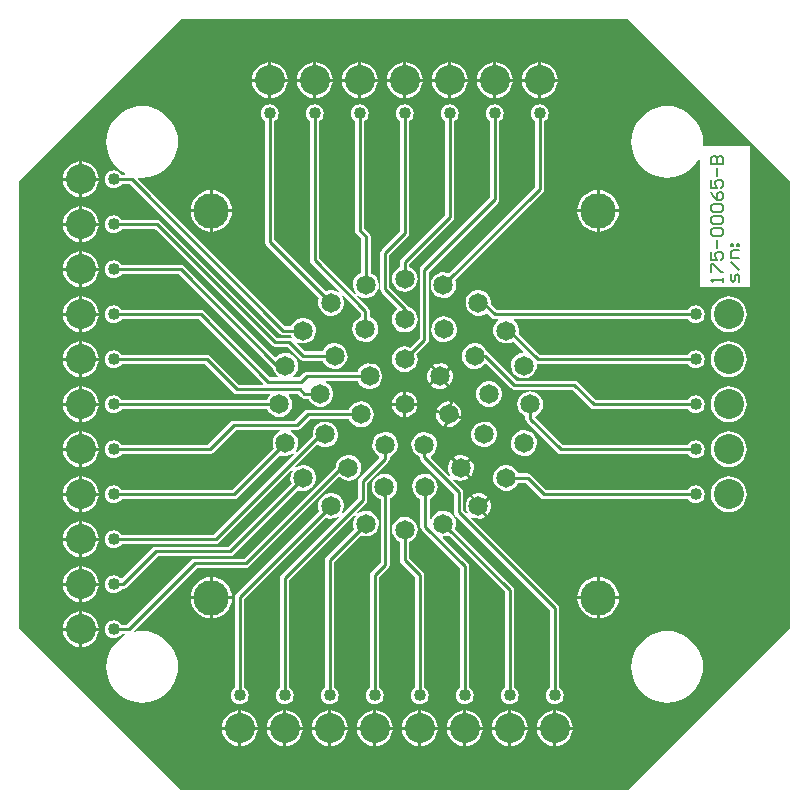
<source format=gbr>
G04 Layer_Physical_Order=1*
G04 Layer_Color=255*
%FSLAX26Y26*%
%MOIN*%
%TF.FileFunction,Copper,L1,Top,Signal*%
%TF.Part,Single*%
G01*
G75*
%TA.AperFunction,Conductor*%
%ADD10C,0.010000*%
%TA.AperFunction,NonConductor*%
%ADD11C,0.008000*%
%TA.AperFunction,ComponentPad*%
%ADD12C,0.118110*%
%ADD13C,0.065000*%
%ADD14C,0.040000*%
%ADD15C,0.100000*%
G36*
X1284698Y745377D02*
Y-745377D01*
X745377Y-1284698D01*
X-745377D01*
X-1284698Y-745377D01*
Y745377D01*
X-745377Y1284698D01*
X745377D01*
X1284698Y745377D01*
D02*
G37*
%LPC*%
G36*
X-1085000Y-390202D02*
X-1091762Y-390868D01*
X-1103072Y-394299D01*
X-1113495Y-399870D01*
X-1122632Y-407368D01*
X-1130130Y-416505D01*
X-1135701Y-426928D01*
X-1139132Y-438238D01*
X-1139798Y-445000D01*
X-1085000D01*
Y-390202D01*
D02*
G37*
G36*
X-1075000D02*
Y-445000D01*
X-1020202D01*
X-1020868Y-438238D01*
X-1024299Y-426928D01*
X-1029870Y-416505D01*
X-1037368Y-407368D01*
X-1046505Y-399870D01*
X-1056928Y-394299D01*
X-1068238Y-390868D01*
X-1075000Y-390202D01*
D02*
G37*
G36*
X-1020202Y-455000D02*
X-1075000D01*
Y-509798D01*
X-1068238Y-509132D01*
X-1056928Y-505701D01*
X-1046505Y-500130D01*
X-1037368Y-492632D01*
X-1029870Y-483495D01*
X-1024299Y-473072D01*
X-1020868Y-461762D01*
X-1020202Y-455000D01*
D02*
G37*
G36*
X-1075000Y-540202D02*
Y-595000D01*
X-1020202D01*
X-1020868Y-588238D01*
X-1024299Y-576928D01*
X-1029870Y-566505D01*
X-1037368Y-557368D01*
X-1046505Y-549870D01*
X-1056928Y-544299D01*
X-1068238Y-540868D01*
X-1075000Y-540202D01*
D02*
G37*
G36*
X-1085000Y-455000D02*
X-1139798D01*
X-1139132Y-461762D01*
X-1135701Y-473072D01*
X-1130130Y-483495D01*
X-1122632Y-492632D01*
X-1113495Y-500130D01*
X-1103072Y-505701D01*
X-1091762Y-509132D01*
X-1085000Y-509798D01*
Y-455000D01*
D02*
G37*
G36*
Y-305000D02*
X-1139798D01*
X-1139132Y-311762D01*
X-1135701Y-323072D01*
X-1130130Y-333495D01*
X-1122632Y-342632D01*
X-1113495Y-350130D01*
X-1103072Y-355701D01*
X-1091762Y-359132D01*
X-1085000Y-359798D01*
Y-305000D01*
D02*
G37*
G36*
X-1020202D02*
X-1075000D01*
Y-359798D01*
X-1068238Y-359132D01*
X-1056928Y-355701D01*
X-1046505Y-350130D01*
X-1037368Y-342632D01*
X-1029870Y-333495D01*
X-1024299Y-323072D01*
X-1020868Y-311762D01*
X-1020202Y-305000D01*
D02*
G37*
G36*
X1080000Y-239710D02*
X1068238Y-240868D01*
X1056928Y-244299D01*
X1046505Y-249870D01*
X1037368Y-257368D01*
X1029870Y-266505D01*
X1024299Y-276928D01*
X1020868Y-288238D01*
X1019710Y-300000D01*
X1020868Y-311762D01*
X1024299Y-323072D01*
X1029870Y-333495D01*
X1037368Y-342632D01*
X1046505Y-350130D01*
X1056928Y-355701D01*
X1068238Y-359132D01*
X1080000Y-360290D01*
X1091762Y-359132D01*
X1103072Y-355701D01*
X1113495Y-350130D01*
X1122632Y-342632D01*
X1130130Y-333495D01*
X1135701Y-323072D01*
X1139132Y-311762D01*
X1140290Y-300000D01*
X1139132Y-288238D01*
X1135701Y-276928D01*
X1130130Y-266505D01*
X1122632Y-257368D01*
X1113495Y-249870D01*
X1103072Y-244299D01*
X1091762Y-240868D01*
X1080000Y-239710D01*
D02*
G37*
G36*
X282781Y-317405D02*
X252679Y-339275D01*
X274549Y-369377D01*
X279008Y-365146D01*
X284855Y-355605D01*
X288033Y-344875D01*
X288326Y-333688D01*
X285714Y-322807D01*
X282781Y-317405D01*
D02*
G37*
G36*
X-68289Y-92396D02*
X-79243Y-94682D01*
X-89233Y-99725D01*
X-97578Y-107181D01*
X-103708Y-116543D01*
X-107206Y-127173D01*
X-107834Y-138346D01*
X-105548Y-149300D01*
X-100505Y-159290D01*
X-93049Y-167634D01*
X-85365Y-172665D01*
X-84030Y-178401D01*
X-150984Y-245355D01*
X-154299Y-250317D01*
X-155463Y-256169D01*
Y-313834D01*
X-205717Y-364089D01*
X-209766Y-361066D01*
X-205675Y-353531D01*
X-203062Y-342650D01*
X-203355Y-331463D01*
X-206534Y-320734D01*
X-212381Y-311192D01*
X-220498Y-303489D01*
X-230332Y-298150D01*
X-241213Y-295537D01*
X-252400Y-295830D01*
X-263130Y-299008D01*
X-272671Y-304855D01*
X-280374Y-312973D01*
X-285714Y-322807D01*
X-288326Y-333688D01*
X-288033Y-344875D01*
X-284855Y-355605D01*
X-284818Y-355664D01*
X-560814Y-631660D01*
X-564130Y-636622D01*
X-565294Y-642475D01*
Y-943921D01*
X-571396Y-948604D01*
X-576205Y-954871D01*
X-579228Y-962168D01*
X-580259Y-970000D01*
X-579228Y-977832D01*
X-576205Y-985129D01*
X-571396Y-991396D01*
X-565129Y-996205D01*
X-557832Y-999228D01*
X-550000Y-1000259D01*
X-542168Y-999228D01*
X-534871Y-996205D01*
X-528604Y-991396D01*
X-523795Y-985129D01*
X-520772Y-977832D01*
X-519741Y-970000D01*
X-520772Y-962168D01*
X-523795Y-954871D01*
X-528604Y-948604D01*
X-534706Y-943921D01*
Y-648810D01*
X-263019Y-377123D01*
X-261056Y-378189D01*
X-250175Y-380801D01*
X-238988Y-380508D01*
X-228259Y-377330D01*
X-222502Y-373802D01*
X-219385Y-377756D01*
X-410814Y-569186D01*
X-414130Y-574147D01*
X-415294Y-580000D01*
Y-943921D01*
X-421396Y-948604D01*
X-426205Y-954871D01*
X-429228Y-962168D01*
X-430259Y-970000D01*
X-429228Y-977832D01*
X-426205Y-985129D01*
X-421396Y-991396D01*
X-415129Y-996205D01*
X-407832Y-999228D01*
X-400000Y-1000259D01*
X-392168Y-999228D01*
X-384871Y-996205D01*
X-378604Y-991396D01*
X-373795Y-985129D01*
X-370772Y-977832D01*
X-369741Y-970000D01*
X-370772Y-962168D01*
X-373795Y-954871D01*
X-378604Y-948604D01*
X-384706Y-943921D01*
Y-586335D01*
X-166602Y-368231D01*
X-162928Y-371627D01*
X-165120Y-374195D01*
X-169938Y-384295D01*
X-171977Y-395298D01*
X-171099Y-406454D01*
X-168121Y-414865D01*
X-260814Y-507558D01*
X-264130Y-512520D01*
X-265294Y-518372D01*
Y-943921D01*
X-271396Y-948604D01*
X-276205Y-954871D01*
X-279228Y-962168D01*
X-280259Y-970000D01*
X-279228Y-977832D01*
X-276205Y-985129D01*
X-271396Y-991396D01*
X-265129Y-996205D01*
X-257832Y-999228D01*
X-250000Y-1000259D01*
X-242168Y-999228D01*
X-234871Y-996205D01*
X-228604Y-991396D01*
X-223795Y-985129D01*
X-220772Y-977832D01*
X-219741Y-970000D01*
X-220772Y-962168D01*
X-223795Y-954871D01*
X-228604Y-948604D01*
X-234706Y-943921D01*
Y-524707D01*
X-146406Y-436407D01*
X-142416Y-438310D01*
X-131413Y-440350D01*
X-120257Y-439472D01*
X-109708Y-435736D01*
X-100486Y-429398D01*
X-93218Y-420889D01*
X-88400Y-410788D01*
X-86361Y-399785D01*
X-87239Y-388629D01*
X-90975Y-378080D01*
X-97313Y-368858D01*
X-105822Y-361591D01*
X-115923Y-356773D01*
X-126926Y-354734D01*
X-138082Y-355612D01*
X-148630Y-359347D01*
X-155080Y-363780D01*
X-158291Y-359919D01*
X-129355Y-330984D01*
X-126040Y-326022D01*
X-124876Y-320169D01*
Y-262504D01*
X-54272Y-191901D01*
X-50957Y-186939D01*
X-49793Y-181087D01*
Y-175031D01*
X-40940Y-170562D01*
X-32596Y-163106D01*
X-26466Y-153744D01*
X-22967Y-143114D01*
X-22340Y-131941D01*
X-24625Y-120987D01*
X-29668Y-110997D01*
X-37124Y-102652D01*
X-46486Y-96522D01*
X-57116Y-93024D01*
X-68289Y-92396D01*
D02*
G37*
G36*
X-1085000Y-605000D02*
X-1139798D01*
X-1139132Y-611762D01*
X-1135701Y-623072D01*
X-1130130Y-633495D01*
X-1122632Y-642632D01*
X-1113495Y-650130D01*
X-1103072Y-655701D01*
X-1091762Y-659132D01*
X-1085000Y-659798D01*
Y-605000D01*
D02*
G37*
G36*
X-1020202D02*
X-1075000D01*
Y-659798D01*
X-1068238Y-659132D01*
X-1056928Y-655701D01*
X-1046505Y-650130D01*
X-1037368Y-642632D01*
X-1029870Y-633495D01*
X-1024299Y-623072D01*
X-1020868Y-611762D01*
X-1020202Y-605000D01*
D02*
G37*
G36*
X713779Y-649882D02*
X649882D01*
Y-713779D01*
X658419Y-712938D01*
X671436Y-708989D01*
X683433Y-702577D01*
X693947Y-693947D01*
X702577Y-683433D01*
X708989Y-671436D01*
X712938Y-658419D01*
X713779Y-649882D01*
D02*
G37*
G36*
X-575985D02*
X-639882D01*
Y-713779D01*
X-631345Y-712938D01*
X-618328Y-708989D01*
X-606331Y-702577D01*
X-595816Y-693947D01*
X-587187Y-683433D01*
X-580775Y-671436D01*
X-576826Y-658419D01*
X-575985Y-649882D01*
D02*
G37*
G36*
X639882D02*
X575985D01*
X576826Y-658419D01*
X580775Y-671436D01*
X587187Y-683433D01*
X595816Y-693947D01*
X606331Y-702577D01*
X618328Y-708989D01*
X631345Y-712938D01*
X639882Y-713779D01*
Y-649882D01*
D02*
G37*
G36*
X649882Y-575985D02*
Y-639882D01*
X713779D01*
X712938Y-631345D01*
X708989Y-618328D01*
X702577Y-606331D01*
X693947Y-595816D01*
X683433Y-587187D01*
X671436Y-580775D01*
X658419Y-576826D01*
X649882Y-575985D01*
D02*
G37*
G36*
X-1085000Y-540202D02*
X-1091762Y-540868D01*
X-1103072Y-544299D01*
X-1113495Y-549870D01*
X-1122632Y-557368D01*
X-1130130Y-566505D01*
X-1135701Y-576928D01*
X-1139132Y-588238D01*
X-1139798Y-595000D01*
X-1085000D01*
Y-540202D01*
D02*
G37*
G36*
X639882Y-575985D02*
X631345Y-576826D01*
X618328Y-580775D01*
X606331Y-587187D01*
X595816Y-595816D01*
X587187Y-606331D01*
X580775Y-618328D01*
X576826Y-631345D01*
X575985Y-639882D01*
X639882D01*
Y-575985D01*
D02*
G37*
G36*
X-649882D02*
X-658419Y-576826D01*
X-671436Y-580775D01*
X-683433Y-587187D01*
X-693947Y-595816D01*
X-702577Y-606331D01*
X-708989Y-618328D01*
X-712938Y-631345D01*
X-713779Y-639882D01*
X-649882D01*
Y-575985D01*
D02*
G37*
G36*
X-639882D02*
Y-639882D01*
X-575985D01*
X-576826Y-631345D01*
X-580775Y-618328D01*
X-587187Y-606331D01*
X-595816Y-595816D01*
X-606331Y-587187D01*
X-618328Y-580775D01*
X-631345Y-576826D01*
X-639882Y-575985D01*
D02*
G37*
G36*
X241213Y-295537D02*
X230332Y-298150D01*
X224930Y-301083D01*
X246801Y-331185D01*
X276903Y-309315D01*
X272671Y-304855D01*
X263130Y-299008D01*
X252400Y-295830D01*
X241213Y-295537D01*
D02*
G37*
G36*
X-1075000Y-90202D02*
Y-145000D01*
X-1020202D01*
X-1020868Y-138238D01*
X-1024299Y-126928D01*
X-1029870Y-116504D01*
X-1037368Y-107368D01*
X-1046505Y-99870D01*
X-1056928Y-94299D01*
X-1068238Y-90868D01*
X-1075000Y-90202D01*
D02*
G37*
G36*
X268916Y-57717D02*
X257730Y-58054D01*
X247014Y-61275D01*
X237495Y-67160D01*
X229825Y-75308D01*
X224524Y-85163D01*
X221955Y-96055D01*
X222293Y-107240D01*
X225514Y-117957D01*
X231399Y-127475D01*
X239547Y-135146D01*
X249402Y-140446D01*
X260294Y-143015D01*
X271479Y-142678D01*
X282196Y-139457D01*
X291714Y-133572D01*
X299385Y-125424D01*
X304685Y-115569D01*
X307254Y-104677D01*
X306917Y-93492D01*
X303696Y-82775D01*
X297811Y-73257D01*
X289663Y-65586D01*
X279807Y-60286D01*
X268916Y-57717D01*
D02*
G37*
G36*
X-1085000Y-90202D02*
X-1091762Y-90868D01*
X-1103072Y-94299D01*
X-1113495Y-99870D01*
X-1122632Y-107368D01*
X-1130130Y-116504D01*
X-1135701Y-126928D01*
X-1139132Y-138238D01*
X-1139798Y-145000D01*
X-1085000D01*
Y-90202D01*
D02*
G37*
G36*
X418000Y42867D02*
X406905Y41406D01*
X396567Y37124D01*
X387689Y30311D01*
X380876Y21433D01*
X376594Y11095D01*
X375133Y0D01*
X376594Y-11095D01*
X380876Y-21433D01*
X387689Y-30311D01*
X396567Y-37124D01*
X402706Y-39667D01*
Y-48000D01*
X403870Y-53853D01*
X407186Y-58814D01*
X509186Y-160814D01*
X514147Y-164130D01*
X520000Y-165294D01*
X943921D01*
X948604Y-171396D01*
X954871Y-176205D01*
X962168Y-179228D01*
X970000Y-180259D01*
X977832Y-179228D01*
X985129Y-176205D01*
X991396Y-171396D01*
X996205Y-165129D01*
X999228Y-157832D01*
X1000259Y-150000D01*
X999228Y-142168D01*
X996205Y-134871D01*
X991396Y-128604D01*
X985129Y-123795D01*
X977832Y-120772D01*
X970000Y-119741D01*
X962168Y-120772D01*
X954871Y-123795D01*
X948604Y-128604D01*
X943921Y-134706D01*
X526335D01*
X435708Y-44079D01*
X436881Y-38181D01*
X439433Y-37124D01*
X448311Y-30311D01*
X455124Y-21433D01*
X459406Y-11095D01*
X460867Y0D01*
X459406Y11095D01*
X455124Y21433D01*
X448311Y30311D01*
X439433Y37124D01*
X429095Y41406D01*
X418000Y42867D01*
D02*
G37*
G36*
X399785Y-86361D02*
X388629Y-87239D01*
X378080Y-90975D01*
X368858Y-97313D01*
X361591Y-105822D01*
X356773Y-115923D01*
X354734Y-126926D01*
X355612Y-138082D01*
X359347Y-148630D01*
X365685Y-157853D01*
X374195Y-165120D01*
X384295Y-169938D01*
X395298Y-171977D01*
X406454Y-171099D01*
X417003Y-167364D01*
X426225Y-161025D01*
X433493Y-152516D01*
X438310Y-142416D01*
X440350Y-131413D01*
X439472Y-120257D01*
X435736Y-109708D01*
X429398Y-100486D01*
X420889Y-93218D01*
X410788Y-88400D01*
X399785Y-86361D01*
D02*
G37*
G36*
X1080000Y60290D02*
X1068238Y59132D01*
X1056928Y55701D01*
X1046505Y50130D01*
X1037368Y42632D01*
X1029870Y33495D01*
X1024299Y23072D01*
X1020868Y11762D01*
X1019710Y0D01*
X1020868Y-11762D01*
X1024299Y-23072D01*
X1029870Y-33495D01*
X1037368Y-42632D01*
X1046505Y-50130D01*
X1056928Y-55701D01*
X1068238Y-59132D01*
X1080000Y-60290D01*
X1091762Y-59132D01*
X1103072Y-55701D01*
X1113495Y-50130D01*
X1122632Y-42632D01*
X1130130Y-33495D01*
X1135701Y-23072D01*
X1139132Y-11762D01*
X1140290Y0D01*
X1139132Y11762D01*
X1135701Y23072D01*
X1130130Y33495D01*
X1122632Y42632D01*
X1113495Y50130D01*
X1103072Y55701D01*
X1091762Y59132D01*
X1080000Y60290D01*
D02*
G37*
G36*
X-1085000Y-5000D02*
X-1139798D01*
X-1139132Y-11762D01*
X-1135701Y-23072D01*
X-1130130Y-33495D01*
X-1122632Y-42632D01*
X-1113495Y-50130D01*
X-1103072Y-55701D01*
X-1091762Y-59132D01*
X-1085000Y-59798D01*
Y-5000D01*
D02*
G37*
G36*
X103975Y-28866D02*
X103401Y-34986D01*
X105275Y-46019D01*
X109940Y-56190D01*
X117079Y-64808D01*
X126205Y-71284D01*
X131969Y-73422D01*
X140250Y-37147D01*
X103975Y-28866D01*
D02*
G37*
G36*
X150000Y-39373D02*
X141718Y-75648D01*
X147838Y-76222D01*
X158871Y-74348D01*
X169042Y-69683D01*
X177660Y-62544D01*
X184136Y-53417D01*
X186274Y-47654D01*
X150000Y-39373D01*
D02*
G37*
G36*
X-144636Y9461D02*
X-155778Y8417D01*
X-166269Y4524D01*
X-175396Y-1951D01*
X-182536Y-10568D01*
X-185982Y-18081D01*
X-323375D01*
X-329228Y-19245D01*
X-334190Y-22561D01*
X-366335Y-54706D01*
X-570000D01*
X-575853Y-55870D01*
X-580814Y-59186D01*
X-656335Y-134706D01*
X-943921D01*
X-948604Y-128604D01*
X-954871Y-123795D01*
X-962168Y-120772D01*
X-970000Y-119741D01*
X-977832Y-120772D01*
X-985129Y-123795D01*
X-991396Y-128604D01*
X-996205Y-134871D01*
X-999228Y-142168D01*
X-1000259Y-150000D01*
X-999228Y-157832D01*
X-996205Y-165129D01*
X-991396Y-171396D01*
X-985129Y-176205D01*
X-977832Y-179228D01*
X-970000Y-180259D01*
X-962168Y-179228D01*
X-954871Y-176205D01*
X-948604Y-171396D01*
X-943921Y-165294D01*
X-650000D01*
X-644147Y-164130D01*
X-639186Y-160814D01*
X-563665Y-85294D01*
X-415889D01*
X-414758Y-90294D01*
X-420889Y-93218D01*
X-429398Y-100486D01*
X-435736Y-109708D01*
X-439472Y-120257D01*
X-440350Y-131413D01*
X-438310Y-142416D01*
X-436407Y-146406D01*
X-574707Y-284706D01*
X-943921D01*
X-948604Y-278604D01*
X-954871Y-273795D01*
X-962168Y-270772D01*
X-970000Y-269741D01*
X-977832Y-270772D01*
X-985129Y-273795D01*
X-991396Y-278604D01*
X-996205Y-284871D01*
X-999228Y-292168D01*
X-1000259Y-300000D01*
X-999228Y-307832D01*
X-996205Y-315129D01*
X-991396Y-321396D01*
X-985129Y-326205D01*
X-977832Y-329228D01*
X-970000Y-330259D01*
X-962168Y-329228D01*
X-954871Y-326205D01*
X-948604Y-321396D01*
X-943921Y-315294D01*
X-568372D01*
X-562520Y-314130D01*
X-557558Y-310814D01*
X-414865Y-168121D01*
X-406454Y-171099D01*
X-395298Y-171977D01*
X-384295Y-169938D01*
X-374195Y-165120D01*
X-371627Y-162927D01*
X-368231Y-166602D01*
X-636335Y-434706D01*
X-943921D01*
X-948604Y-428604D01*
X-954871Y-423795D01*
X-962168Y-420772D01*
X-970000Y-419741D01*
X-977832Y-420772D01*
X-985129Y-423795D01*
X-991396Y-428604D01*
X-996205Y-434871D01*
X-999228Y-442168D01*
X-1000259Y-450000D01*
X-999228Y-457832D01*
X-996205Y-465129D01*
X-991396Y-471396D01*
X-985129Y-476205D01*
X-977832Y-479228D01*
X-970000Y-480259D01*
X-962168Y-479228D01*
X-954871Y-476205D01*
X-948604Y-471396D01*
X-943921Y-465294D01*
X-630000D01*
X-624147Y-464130D01*
X-619186Y-460814D01*
X-377756Y-219385D01*
X-373802Y-222502D01*
X-377330Y-228259D01*
X-380508Y-238988D01*
X-380801Y-250175D01*
X-378189Y-261056D01*
X-377123Y-263019D01*
X-588810Y-474706D01*
X-830000D01*
X-835853Y-475870D01*
X-840814Y-479186D01*
X-942288Y-580659D01*
X-947277Y-580332D01*
X-948604Y-578604D01*
X-954871Y-573795D01*
X-962168Y-570772D01*
X-970000Y-569741D01*
X-977832Y-570772D01*
X-985129Y-573795D01*
X-991396Y-578604D01*
X-996205Y-584871D01*
X-999228Y-592168D01*
X-1000259Y-600000D01*
X-999228Y-607832D01*
X-996205Y-615129D01*
X-991396Y-621396D01*
X-985129Y-626205D01*
X-977832Y-629228D01*
X-970000Y-630259D01*
X-962168Y-629228D01*
X-954871Y-626205D01*
X-948604Y-621396D01*
X-943921Y-615294D01*
X-940000D01*
X-934147Y-614130D01*
X-929186Y-610814D01*
X-823665Y-505294D01*
X-582475D01*
X-576622Y-504130D01*
X-571660Y-500814D01*
X-355664Y-284818D01*
X-355605Y-284855D01*
X-344875Y-288033D01*
X-333688Y-288326D01*
X-322807Y-285714D01*
X-312973Y-280374D01*
X-304855Y-272671D01*
X-299008Y-263130D01*
X-295830Y-252400D01*
X-295537Y-241213D01*
X-298150Y-230332D01*
X-303489Y-220498D01*
X-311192Y-212381D01*
X-320734Y-206534D01*
X-331463Y-203355D01*
X-342650Y-203062D01*
X-353531Y-205675D01*
X-361066Y-209766D01*
X-364089Y-205717D01*
X-291920Y-133549D01*
X-291723Y-133552D01*
X-282206Y-139437D01*
X-271489Y-142659D01*
X-260304Y-142997D01*
X-249412Y-140429D01*
X-239556Y-135129D01*
X-231408Y-127459D01*
X-225522Y-117941D01*
X-222300Y-107225D01*
X-221962Y-96039D01*
X-224530Y-85148D01*
X-229830Y-75292D01*
X-237500Y-67143D01*
X-247018Y-61258D01*
X-257735Y-58036D01*
X-268920Y-57698D01*
X-279812Y-60266D01*
X-289668Y-65566D01*
X-297816Y-73236D01*
X-303702Y-82754D01*
X-306923Y-93470D01*
X-307262Y-104656D01*
X-307075Y-105446D01*
X-359920Y-158291D01*
X-363780Y-155080D01*
X-359347Y-148630D01*
X-355612Y-138082D01*
X-354734Y-126926D01*
X-356773Y-115923D01*
X-361591Y-105822D01*
X-368858Y-97313D01*
X-378080Y-90975D01*
X-380003Y-90294D01*
X-379144Y-85294D01*
X-360000D01*
X-354147Y-84130D01*
X-349186Y-80814D01*
X-317040Y-48669D01*
X-185897D01*
X-184139Y-53405D01*
X-177664Y-62531D01*
X-169047Y-69671D01*
X-158876Y-74337D01*
X-147844Y-76212D01*
X-136702Y-75167D01*
X-126210Y-71275D01*
X-117084Y-64799D01*
X-109944Y-56182D01*
X-105278Y-46011D01*
X-103403Y-34979D01*
X-104448Y-23837D01*
X-108340Y-13346D01*
X-114816Y-4219D01*
X-123433Y2921D01*
X-133604Y7587D01*
X-144636Y9461D01*
D02*
G37*
G36*
X68282Y-92401D02*
X57109Y-93028D01*
X46480Y-96526D01*
X37117Y-102655D01*
X29660Y-110999D01*
X24617Y-120988D01*
X22331Y-131943D01*
X22957Y-143116D01*
X26455Y-153745D01*
X32584Y-163108D01*
X40928Y-170565D01*
X49783Y-175036D01*
Y-177140D01*
X50947Y-182993D01*
X54263Y-187955D01*
X164706Y-298398D01*
Y-360000D01*
X165870Y-365853D01*
X169186Y-370814D01*
X484706Y-686335D01*
Y-943921D01*
X478604Y-948604D01*
X473795Y-954871D01*
X470772Y-962168D01*
X469741Y-970000D01*
X470772Y-977832D01*
X473795Y-985129D01*
X478604Y-991396D01*
X484871Y-996205D01*
X492168Y-999228D01*
X500000Y-1000259D01*
X507832Y-999228D01*
X515129Y-996205D01*
X521396Y-991396D01*
X526205Y-985129D01*
X529228Y-977832D01*
X530259Y-970000D01*
X529228Y-962168D01*
X526205Y-954871D01*
X521396Y-948604D01*
X515294Y-943921D01*
Y-680000D01*
X514130Y-674147D01*
X510814Y-669186D01*
X219385Y-377756D01*
X222502Y-373802D01*
X228259Y-377330D01*
X238988Y-380508D01*
X250175Y-380801D01*
X261056Y-378189D01*
X266459Y-375255D01*
X241649Y-341108D01*
X216840Y-306961D01*
X212381Y-311192D01*
X206534Y-320734D01*
X203355Y-331463D01*
X203062Y-342650D01*
X205675Y-353531D01*
X209766Y-361066D01*
X205717Y-364089D01*
X195294Y-353665D01*
Y-292063D01*
X194130Y-286210D01*
X190814Y-281249D01*
X161039Y-251473D01*
X164017Y-247597D01*
X174078Y-252497D01*
X185065Y-254625D01*
X196227Y-253837D01*
X206806Y-250188D01*
X211899Y-246747D01*
X183912Y-215153D01*
X155924Y-183558D01*
X151894Y-188199D01*
X146994Y-198260D01*
X144866Y-209246D01*
X145654Y-220409D01*
X149304Y-230988D01*
X152798Y-236161D01*
X148923Y-239357D01*
X87082Y-177516D01*
X87743Y-171107D01*
X93037Y-167641D01*
X100494Y-159297D01*
X105538Y-149308D01*
X107824Y-138353D01*
X107197Y-127180D01*
X103700Y-116550D01*
X97570Y-107188D01*
X89226Y-99731D01*
X79237Y-94687D01*
X68282Y-92401D01*
D02*
G37*
G36*
X-190256Y-169035D02*
X-201243Y-171162D01*
X-211304Y-176061D01*
X-219755Y-183397D01*
X-226019Y-192670D01*
X-229670Y-203248D01*
X-230034Y-208405D01*
X-536335Y-514706D01*
X-700000D01*
X-705853Y-515870D01*
X-710814Y-519186D01*
X-926335Y-734706D01*
X-943921D01*
X-948604Y-728604D01*
X-954871Y-723795D01*
X-962168Y-720772D01*
X-970000Y-719741D01*
X-977832Y-720772D01*
X-985129Y-723795D01*
X-991396Y-728604D01*
X-996205Y-734871D01*
X-999228Y-742168D01*
X-1000259Y-750000D01*
X-999228Y-757832D01*
X-996205Y-765129D01*
X-991396Y-771396D01*
X-985129Y-776205D01*
X-977832Y-779228D01*
X-970000Y-780259D01*
X-962168Y-779228D01*
X-954871Y-776205D01*
X-948604Y-771396D01*
X-943921Y-765294D01*
X-933101D01*
X-931691Y-770294D01*
X-945102Y-778512D01*
X-959333Y-790667D01*
X-971488Y-804898D01*
X-981266Y-820855D01*
X-988428Y-838145D01*
X-992797Y-856343D01*
X-994265Y-875000D01*
X-992797Y-893657D01*
X-988428Y-911855D01*
X-981266Y-929145D01*
X-971488Y-945102D01*
X-959333Y-959333D01*
X-945102Y-971488D01*
X-929145Y-981266D01*
X-911855Y-988428D01*
X-893657Y-992797D01*
X-875000Y-994265D01*
X-856343Y-992797D01*
X-838145Y-988428D01*
X-820855Y-981266D01*
X-804898Y-971488D01*
X-790667Y-959333D01*
X-778512Y-945102D01*
X-768734Y-929145D01*
X-761572Y-911855D01*
X-757203Y-893657D01*
X-755735Y-875000D01*
X-757203Y-856343D01*
X-761572Y-838145D01*
X-768734Y-820855D01*
X-778512Y-804898D01*
X-790667Y-790667D01*
X-804898Y-778512D01*
X-820855Y-768734D01*
X-838145Y-761572D01*
X-856343Y-757203D01*
X-875000Y-755735D01*
X-893657Y-757203D01*
X-900034Y-758734D01*
X-902573Y-754201D01*
X-693665Y-545294D01*
X-530000D01*
X-524147Y-544130D01*
X-519186Y-540814D01*
X-221563Y-243192D01*
X-216566Y-243368D01*
X-216096Y-243909D01*
X-206823Y-250173D01*
X-196245Y-253824D01*
X-185082Y-254612D01*
X-174096Y-252484D01*
X-164035Y-247586D01*
X-155584Y-240250D01*
X-149320Y-230977D01*
X-145669Y-220399D01*
X-144881Y-209236D01*
X-147008Y-198250D01*
X-151907Y-188189D01*
X-159243Y-179738D01*
X-168516Y-173474D01*
X-179094Y-169823D01*
X-190256Y-169035D01*
D02*
G37*
G36*
X-1075000Y-240202D02*
Y-295000D01*
X-1020202D01*
X-1020868Y-288238D01*
X-1024299Y-276928D01*
X-1029870Y-266505D01*
X-1037368Y-257368D01*
X-1046505Y-249870D01*
X-1056928Y-244299D01*
X-1068238Y-240868D01*
X-1075000Y-240202D01*
D02*
G37*
G36*
X342650Y-203062D02*
X331463Y-203355D01*
X320734Y-206534D01*
X311192Y-212381D01*
X303489Y-220498D01*
X298150Y-230332D01*
X295537Y-241213D01*
X295830Y-252400D01*
X299008Y-263130D01*
X304855Y-272671D01*
X312973Y-280374D01*
X322807Y-285714D01*
X333688Y-288326D01*
X344875Y-288033D01*
X355605Y-284855D01*
X365146Y-279008D01*
X372849Y-270891D01*
X378189Y-261056D01*
X378205Y-260988D01*
X403359D01*
X453186Y-310814D01*
X458147Y-314130D01*
X464000Y-315294D01*
X943921D01*
X948604Y-321396D01*
X954871Y-326205D01*
X962168Y-329228D01*
X970000Y-330259D01*
X977832Y-329228D01*
X985129Y-326205D01*
X991396Y-321396D01*
X996205Y-315129D01*
X999228Y-307832D01*
X1000259Y-300000D01*
X999228Y-292168D01*
X996205Y-284871D01*
X991396Y-278604D01*
X985129Y-273795D01*
X977832Y-270772D01*
X970000Y-269741D01*
X962168Y-270772D01*
X954871Y-273795D01*
X948604Y-278604D01*
X943921Y-284706D01*
X470335D01*
X420509Y-234880D01*
X415547Y-231565D01*
X409694Y-230400D01*
X377964D01*
X377330Y-228259D01*
X371483Y-218717D01*
X363365Y-211014D01*
X353531Y-205675D01*
X342650Y-203062D01*
D02*
G37*
G36*
X-1085000Y-240202D02*
X-1091762Y-240868D01*
X-1103072Y-244299D01*
X-1113495Y-249870D01*
X-1122632Y-257368D01*
X-1130130Y-266505D01*
X-1135701Y-276928D01*
X-1139132Y-288238D01*
X-1139798Y-295000D01*
X-1085000D01*
Y-240202D01*
D02*
G37*
G36*
X-1020202Y-155000D02*
X-1075000D01*
Y-209798D01*
X-1068238Y-209132D01*
X-1056928Y-205701D01*
X-1046505Y-200130D01*
X-1037368Y-192632D01*
X-1029870Y-183495D01*
X-1024299Y-173072D01*
X-1020868Y-161762D01*
X-1020202Y-155000D01*
D02*
G37*
G36*
X190245Y-169048D02*
X179082Y-169836D01*
X168503Y-173486D01*
X163409Y-176927D01*
X188082Y-204779D01*
X215934Y-180106D01*
X211292Y-176076D01*
X201231Y-171177D01*
X190245Y-169048D01*
D02*
G37*
G36*
X-1085000Y-155000D02*
X-1139798D01*
X-1139132Y-161762D01*
X-1135701Y-173072D01*
X-1130130Y-183495D01*
X-1122632Y-192632D01*
X-1113495Y-200130D01*
X-1103072Y-205701D01*
X-1091762Y-209132D01*
X-1085000Y-209798D01*
Y-155000D01*
D02*
G37*
G36*
X222565Y-187591D02*
X194713Y-212264D01*
X219385Y-240116D01*
X223415Y-235474D01*
X228315Y-225413D01*
X230443Y-214427D01*
X229655Y-203264D01*
X226006Y-192685D01*
X222565Y-187591D01*
D02*
G37*
G36*
X1080000Y-89710D02*
X1068238Y-90868D01*
X1056928Y-94299D01*
X1046505Y-99870D01*
X1037368Y-107368D01*
X1029870Y-116504D01*
X1024299Y-126928D01*
X1020868Y-138238D01*
X1019710Y-150000D01*
X1020868Y-161762D01*
X1024299Y-173072D01*
X1029870Y-183495D01*
X1037368Y-192632D01*
X1046505Y-200130D01*
X1056928Y-205701D01*
X1068238Y-209132D01*
X1080000Y-210290D01*
X1091762Y-209132D01*
X1103072Y-205701D01*
X1113495Y-200130D01*
X1122632Y-192632D01*
X1130130Y-183495D01*
X1135701Y-173072D01*
X1139132Y-161762D01*
X1140290Y-150000D01*
X1139132Y-138238D01*
X1135701Y-126928D01*
X1130130Y-116504D01*
X1122632Y-107368D01*
X1113495Y-99870D01*
X1103072Y-94299D01*
X1091762Y-90868D01*
X1080000Y-89710D01*
D02*
G37*
G36*
X109798Y-1085000D02*
X55000D01*
Y-1139798D01*
X61762Y-1139132D01*
X73072Y-1135701D01*
X83496Y-1130130D01*
X92632Y-1122632D01*
X100130Y-1113495D01*
X105701Y-1103072D01*
X109132Y-1091762D01*
X109798Y-1085000D01*
D02*
G37*
G36*
X259798D02*
X205000D01*
Y-1139798D01*
X211762Y-1139132D01*
X223072Y-1135701D01*
X233495Y-1130130D01*
X242632Y-1122632D01*
X250130Y-1113495D01*
X255701Y-1103072D01*
X259132Y-1091762D01*
X259798Y-1085000D01*
D02*
G37*
G36*
X-40202D02*
X-95000D01*
Y-1139798D01*
X-88238Y-1139132D01*
X-76928Y-1135701D01*
X-66504Y-1130130D01*
X-57368Y-1122632D01*
X-49870Y-1113495D01*
X-44299Y-1103072D01*
X-40868Y-1091762D01*
X-40202Y-1085000D01*
D02*
G37*
G36*
X-490202D02*
X-545000D01*
Y-1139798D01*
X-538238Y-1139132D01*
X-526928Y-1135701D01*
X-516505Y-1130130D01*
X-507368Y-1122632D01*
X-499870Y-1113495D01*
X-494299Y-1103072D01*
X-490868Y-1091762D01*
X-490202Y-1085000D01*
D02*
G37*
G36*
X-340202D02*
X-395000D01*
Y-1139798D01*
X-388238Y-1139132D01*
X-376928Y-1135701D01*
X-366505Y-1130130D01*
X-357368Y-1122632D01*
X-349870Y-1113495D01*
X-344299Y-1103072D01*
X-340868Y-1091762D01*
X-340202Y-1085000D01*
D02*
G37*
G36*
X-255000Y-1020202D02*
X-261762Y-1020868D01*
X-273072Y-1024299D01*
X-283495Y-1029870D01*
X-292632Y-1037368D01*
X-300130Y-1046505D01*
X-305701Y-1056928D01*
X-309132Y-1068238D01*
X-309798Y-1075000D01*
X-255000D01*
Y-1020202D01*
D02*
G37*
G36*
X-105000D02*
X-111762Y-1020868D01*
X-123072Y-1024299D01*
X-133495Y-1029870D01*
X-142632Y-1037368D01*
X-150130Y-1046505D01*
X-155701Y-1056928D01*
X-159132Y-1068238D01*
X-159798Y-1075000D01*
X-105000D01*
Y-1020202D01*
D02*
G37*
G36*
X-405000D02*
X-411762Y-1020868D01*
X-423072Y-1024299D01*
X-433495Y-1029870D01*
X-442632Y-1037368D01*
X-450130Y-1046505D01*
X-455701Y-1056928D01*
X-459132Y-1068238D01*
X-459798Y-1075000D01*
X-405000D01*
Y-1020202D01*
D02*
G37*
G36*
X409798Y-1085000D02*
X355000D01*
Y-1139798D01*
X361762Y-1139132D01*
X373072Y-1135701D01*
X383495Y-1130130D01*
X392632Y-1122632D01*
X400130Y-1113495D01*
X405701Y-1103072D01*
X409132Y-1091762D01*
X409798Y-1085000D01*
D02*
G37*
G36*
X-555000Y-1020202D02*
X-561762Y-1020868D01*
X-573072Y-1024299D01*
X-583495Y-1029870D01*
X-592632Y-1037368D01*
X-600130Y-1046505D01*
X-605701Y-1056928D01*
X-609132Y-1068238D01*
X-609798Y-1075000D01*
X-555000D01*
Y-1020202D01*
D02*
G37*
G36*
X-105000Y-1085000D02*
X-159798D01*
X-159132Y-1091762D01*
X-155701Y-1103072D01*
X-150130Y-1113495D01*
X-142632Y-1122632D01*
X-133495Y-1130130D01*
X-123072Y-1135701D01*
X-111762Y-1139132D01*
X-105000Y-1139798D01*
Y-1085000D01*
D02*
G37*
G36*
X45000D02*
X-9798D01*
X-9132Y-1091762D01*
X-5701Y-1103072D01*
X-130Y-1113495D01*
X7368Y-1122632D01*
X16505Y-1130130D01*
X26928Y-1135701D01*
X38238Y-1139132D01*
X45000Y-1139798D01*
Y-1085000D01*
D02*
G37*
G36*
X-255000D02*
X-309798D01*
X-309132Y-1091762D01*
X-305701Y-1103072D01*
X-300130Y-1113495D01*
X-292632Y-1122632D01*
X-283495Y-1130130D01*
X-273072Y-1135701D01*
X-261762Y-1139132D01*
X-255000Y-1139798D01*
Y-1085000D01*
D02*
G37*
G36*
X-555000D02*
X-609798D01*
X-609132Y-1091762D01*
X-605701Y-1103072D01*
X-600130Y-1113495D01*
X-592632Y-1122632D01*
X-583495Y-1130130D01*
X-573072Y-1135701D01*
X-561762Y-1139132D01*
X-555000Y-1139798D01*
Y-1085000D01*
D02*
G37*
G36*
X-405000D02*
X-459798D01*
X-459132Y-1091762D01*
X-455701Y-1103072D01*
X-450130Y-1113495D01*
X-442632Y-1122632D01*
X-433495Y-1130130D01*
X-423072Y-1135701D01*
X-411762Y-1139132D01*
X-405000Y-1139798D01*
Y-1085000D01*
D02*
G37*
G36*
X-190202D02*
X-245000D01*
Y-1139798D01*
X-238238Y-1139132D01*
X-226928Y-1135701D01*
X-216505Y-1130130D01*
X-207368Y-1122632D01*
X-199870Y-1113495D01*
X-194299Y-1103072D01*
X-190868Y-1091762D01*
X-190202Y-1085000D01*
D02*
G37*
G36*
X559798D02*
X505000D01*
Y-1139798D01*
X511762Y-1139132D01*
X523072Y-1135701D01*
X533495Y-1130130D01*
X542632Y-1122632D01*
X550130Y-1113495D01*
X555701Y-1103072D01*
X559132Y-1091762D01*
X559798Y-1085000D01*
D02*
G37*
G36*
X495000D02*
X440202D01*
X440868Y-1091762D01*
X444299Y-1103072D01*
X449870Y-1113495D01*
X457368Y-1122632D01*
X466505Y-1130130D01*
X476928Y-1135701D01*
X488238Y-1139132D01*
X495000Y-1139798D01*
Y-1085000D01*
D02*
G37*
G36*
X195000D02*
X140202D01*
X140868Y-1091762D01*
X144299Y-1103072D01*
X149870Y-1113495D01*
X157368Y-1122632D01*
X166505Y-1130130D01*
X176928Y-1135701D01*
X188238Y-1139132D01*
X195000Y-1139798D01*
Y-1085000D01*
D02*
G37*
G36*
X345000D02*
X290202D01*
X290868Y-1091762D01*
X294299Y-1103072D01*
X299870Y-1113495D01*
X307368Y-1122632D01*
X316505Y-1130130D01*
X326928Y-1135701D01*
X338238Y-1139132D01*
X345000Y-1139798D01*
Y-1085000D01*
D02*
G37*
G36*
X45000Y-1020202D02*
X38238Y-1020868D01*
X26928Y-1024299D01*
X16505Y-1029870D01*
X7368Y-1037368D01*
X-130Y-1046505D01*
X-5701Y-1056928D01*
X-9132Y-1068238D01*
X-9798Y-1075000D01*
X45000D01*
Y-1020202D01*
D02*
G37*
G36*
X68581Y-231921D02*
X57459Y-233158D01*
X47036Y-237231D01*
X38022Y-243862D01*
X31032Y-252601D01*
X26542Y-262851D01*
X24858Y-273914D01*
X26095Y-285036D01*
X30167Y-295459D01*
X36799Y-304473D01*
X45538Y-311463D01*
X52422Y-314478D01*
Y-407716D01*
X53586Y-413569D01*
X56902Y-418530D01*
X184706Y-546335D01*
Y-943921D01*
X178604Y-948604D01*
X173795Y-954871D01*
X170772Y-962168D01*
X169741Y-970000D01*
X170772Y-977832D01*
X173795Y-985129D01*
X178604Y-991396D01*
X184871Y-996205D01*
X192168Y-999228D01*
X200000Y-1000259D01*
X207832Y-999228D01*
X215129Y-996205D01*
X221396Y-991396D01*
X226205Y-985129D01*
X229228Y-977832D01*
X230259Y-970000D01*
X229228Y-962168D01*
X226205Y-954871D01*
X221396Y-948604D01*
X215294Y-943921D01*
Y-540000D01*
X214130Y-534147D01*
X210814Y-529186D01*
X126280Y-444651D01*
X128373Y-440110D01*
X131413Y-440350D01*
X142416Y-438310D01*
X146406Y-436407D01*
X334706Y-624707D01*
Y-943921D01*
X328604Y-948604D01*
X323795Y-954871D01*
X320772Y-962168D01*
X319741Y-970000D01*
X320772Y-977832D01*
X323795Y-985129D01*
X328604Y-991396D01*
X334871Y-996205D01*
X342168Y-999228D01*
X350000Y-1000259D01*
X357832Y-999228D01*
X365129Y-996205D01*
X371396Y-991396D01*
X376205Y-985129D01*
X379228Y-977832D01*
X380259Y-970000D01*
X379228Y-962168D01*
X376205Y-954871D01*
X371396Y-948604D01*
X365294Y-943921D01*
Y-618372D01*
X364130Y-612520D01*
X360815Y-607558D01*
X168121Y-414865D01*
X171099Y-406454D01*
X171977Y-395298D01*
X169938Y-384295D01*
X165120Y-374195D01*
X157853Y-365685D01*
X148630Y-359347D01*
X138082Y-355612D01*
X126926Y-354734D01*
X115923Y-356773D01*
X105822Y-361591D01*
X97313Y-368858D01*
X90975Y-378080D01*
X88010Y-386452D01*
X83010Y-385593D01*
Y-314432D01*
X88396Y-312328D01*
X97410Y-305696D01*
X104400Y-296957D01*
X108890Y-286707D01*
X110574Y-275644D01*
X109338Y-264522D01*
X105265Y-254099D01*
X98633Y-245085D01*
X89894Y-238095D01*
X79644Y-233605D01*
X68581Y-231921D01*
D02*
G37*
G36*
X875000Y-755735D02*
X856343Y-757203D01*
X838145Y-761572D01*
X820855Y-768734D01*
X804898Y-778512D01*
X790667Y-790667D01*
X778512Y-804898D01*
X768734Y-820855D01*
X761572Y-838145D01*
X757203Y-856343D01*
X755735Y-875000D01*
X757203Y-893657D01*
X761572Y-911855D01*
X768734Y-929145D01*
X778512Y-945102D01*
X790667Y-959333D01*
X804898Y-971488D01*
X820855Y-981266D01*
X838145Y-988428D01*
X856343Y-992797D01*
X875000Y-994265D01*
X893657Y-992797D01*
X911855Y-988428D01*
X929145Y-981266D01*
X945102Y-971488D01*
X959333Y-959333D01*
X971488Y-945102D01*
X981266Y-929145D01*
X988428Y-911855D01*
X992797Y-893657D01*
X994265Y-875000D01*
X992797Y-856343D01*
X988428Y-838145D01*
X981266Y-820855D01*
X971488Y-804898D01*
X959333Y-790667D01*
X945102Y-778512D01*
X929145Y-768734D01*
X911855Y-761572D01*
X893657Y-757203D01*
X875000Y-755735D01*
D02*
G37*
G36*
X0Y-375133D02*
X-11095Y-376594D01*
X-21433Y-380876D01*
X-30311Y-387689D01*
X-37124Y-396567D01*
X-41406Y-406905D01*
X-42867Y-418000D01*
X-41406Y-429095D01*
X-37124Y-439433D01*
X-30311Y-448311D01*
X-21433Y-455124D01*
X-15294Y-457667D01*
Y-520000D01*
X-14130Y-525853D01*
X-10814Y-530814D01*
X34706Y-576335D01*
Y-943921D01*
X28604Y-948604D01*
X23795Y-954871D01*
X20772Y-962168D01*
X19741Y-970000D01*
X20772Y-977832D01*
X23795Y-985129D01*
X28604Y-991396D01*
X34871Y-996205D01*
X42168Y-999228D01*
X50000Y-1000259D01*
X57832Y-999228D01*
X65129Y-996205D01*
X71396Y-991396D01*
X76205Y-985129D01*
X79228Y-977832D01*
X80259Y-970000D01*
X79228Y-962168D01*
X76205Y-954871D01*
X71396Y-948604D01*
X65294Y-943921D01*
Y-570000D01*
X64130Y-564147D01*
X60814Y-559186D01*
X15294Y-513665D01*
Y-457667D01*
X21433Y-455124D01*
X30311Y-448311D01*
X37124Y-439433D01*
X41406Y-429095D01*
X42867Y-418000D01*
X41406Y-406905D01*
X37124Y-396567D01*
X30311Y-387689D01*
X21433Y-380876D01*
X11095Y-376594D01*
X0Y-375133D01*
D02*
G37*
G36*
X505000Y-1020202D02*
Y-1075000D01*
X559798D01*
X559132Y-1068238D01*
X555701Y-1056928D01*
X550130Y-1046505D01*
X542632Y-1037368D01*
X533495Y-1029870D01*
X523072Y-1024299D01*
X511762Y-1020868D01*
X505000Y-1020202D01*
D02*
G37*
G36*
X-68597Y-231916D02*
X-79660Y-233600D01*
X-89911Y-238089D01*
X-98650Y-245078D01*
X-105282Y-254092D01*
X-109356Y-264514D01*
X-110593Y-275636D01*
X-108910Y-286699D01*
X-104420Y-296950D01*
X-97431Y-305689D01*
X-88418Y-312322D01*
X-80294Y-315497D01*
Y-528665D01*
X-110814Y-559186D01*
X-114130Y-564147D01*
X-115294Y-570000D01*
Y-943921D01*
X-121396Y-948604D01*
X-126205Y-954871D01*
X-129228Y-962168D01*
X-130259Y-970000D01*
X-129228Y-977832D01*
X-126205Y-985129D01*
X-121396Y-991396D01*
X-115129Y-996205D01*
X-107832Y-999228D01*
X-100000Y-1000259D01*
X-92168Y-999228D01*
X-84871Y-996205D01*
X-78604Y-991396D01*
X-73795Y-985129D01*
X-70772Y-977832D01*
X-69741Y-970000D01*
X-70772Y-962168D01*
X-73795Y-954871D01*
X-78604Y-948604D01*
X-84706Y-943921D01*
Y-576335D01*
X-54186Y-545814D01*
X-50870Y-540853D01*
X-49706Y-535000D01*
Y-313276D01*
X-45560Y-311460D01*
X-36821Y-304470D01*
X-30188Y-295457D01*
X-26114Y-285034D01*
X-24877Y-273913D01*
X-26561Y-262849D01*
X-31050Y-252599D01*
X-38039Y-243860D01*
X-47053Y-237227D01*
X-57475Y-233154D01*
X-68597Y-231916D01*
D02*
G37*
G36*
X-1075000Y-690202D02*
Y-745000D01*
X-1020202D01*
X-1020868Y-738238D01*
X-1024299Y-726928D01*
X-1029870Y-716505D01*
X-1037368Y-707368D01*
X-1046505Y-699870D01*
X-1056928Y-694299D01*
X-1068238Y-690868D01*
X-1075000Y-690202D01*
D02*
G37*
G36*
X-649882Y-649882D02*
X-713779D01*
X-712938Y-658419D01*
X-708989Y-671436D01*
X-702577Y-683433D01*
X-693947Y-693947D01*
X-683433Y-702577D01*
X-671436Y-708989D01*
X-658419Y-712938D01*
X-649882Y-713779D01*
Y-649882D01*
D02*
G37*
G36*
X-1085000Y-690202D02*
X-1091762Y-690868D01*
X-1103072Y-694299D01*
X-1113495Y-699870D01*
X-1122632Y-707368D01*
X-1130130Y-716505D01*
X-1135701Y-726928D01*
X-1139132Y-738238D01*
X-1139798Y-745000D01*
X-1085000D01*
Y-690202D01*
D02*
G37*
G36*
Y-755000D02*
X-1139798D01*
X-1139132Y-761762D01*
X-1135701Y-773072D01*
X-1130130Y-783495D01*
X-1122632Y-792632D01*
X-1113495Y-800130D01*
X-1103072Y-805701D01*
X-1091762Y-809132D01*
X-1085000Y-809798D01*
Y-755000D01*
D02*
G37*
G36*
X-1020202D02*
X-1075000D01*
Y-809798D01*
X-1068238Y-809132D01*
X-1056928Y-805701D01*
X-1046505Y-800130D01*
X-1037368Y-792632D01*
X-1029870Y-783495D01*
X-1024299Y-773072D01*
X-1020868Y-761762D01*
X-1020202Y-755000D01*
D02*
G37*
G36*
X-545000Y-1020202D02*
Y-1075000D01*
X-490202D01*
X-490868Y-1068238D01*
X-494299Y-1056928D01*
X-499870Y-1046505D01*
X-507368Y-1037368D01*
X-516505Y-1029870D01*
X-526928Y-1024299D01*
X-538238Y-1020868D01*
X-545000Y-1020202D01*
D02*
G37*
G36*
X-395000D02*
Y-1075000D01*
X-340202D01*
X-340868Y-1068238D01*
X-344299Y-1056928D01*
X-349870Y-1046505D01*
X-357368Y-1037368D01*
X-366505Y-1029870D01*
X-376928Y-1024299D01*
X-388238Y-1020868D01*
X-395000Y-1020202D01*
D02*
G37*
G36*
X495000D02*
X488238Y-1020868D01*
X476928Y-1024299D01*
X466505Y-1029870D01*
X457368Y-1037368D01*
X449870Y-1046505D01*
X444299Y-1056928D01*
X440868Y-1068238D01*
X440202Y-1075000D01*
X495000D01*
Y-1020202D01*
D02*
G37*
G36*
X195000D02*
X188238Y-1020868D01*
X176928Y-1024299D01*
X166505Y-1029870D01*
X157368Y-1037368D01*
X149870Y-1046505D01*
X144299Y-1056928D01*
X140868Y-1068238D01*
X140202Y-1075000D01*
X195000D01*
Y-1020202D01*
D02*
G37*
G36*
X345000D02*
X338238Y-1020868D01*
X326928Y-1024299D01*
X316505Y-1029870D01*
X307368Y-1037368D01*
X299870Y-1046505D01*
X294299Y-1056928D01*
X290868Y-1068238D01*
X290202Y-1075000D01*
X345000D01*
Y-1020202D01*
D02*
G37*
G36*
X205000D02*
Y-1075000D01*
X259798D01*
X259132Y-1068238D01*
X255701Y-1056928D01*
X250130Y-1046505D01*
X242632Y-1037368D01*
X233495Y-1029870D01*
X223072Y-1024299D01*
X211762Y-1020868D01*
X205000Y-1020202D01*
D02*
G37*
G36*
X355000D02*
Y-1075000D01*
X409798D01*
X409132Y-1068238D01*
X405701Y-1056928D01*
X400130Y-1046505D01*
X392632Y-1037368D01*
X383495Y-1029870D01*
X373072Y-1024299D01*
X361762Y-1020868D01*
X355000Y-1020202D01*
D02*
G37*
G36*
X55000D02*
Y-1075000D01*
X109798D01*
X109132Y-1068238D01*
X105701Y-1056928D01*
X100130Y-1046505D01*
X92632Y-1037368D01*
X83496Y-1029870D01*
X73072Y-1024299D01*
X61762Y-1020868D01*
X55000Y-1020202D01*
D02*
G37*
G36*
X-245000D02*
Y-1075000D01*
X-190202D01*
X-190868Y-1068238D01*
X-194299Y-1056928D01*
X-199870Y-1046505D01*
X-207368Y-1037368D01*
X-216505Y-1029870D01*
X-226928Y-1024299D01*
X-238238Y-1020868D01*
X-245000Y-1020202D01*
D02*
G37*
G36*
X-95000D02*
Y-1075000D01*
X-40202D01*
X-40868Y-1068238D01*
X-44299Y-1056928D01*
X-49870Y-1046505D01*
X-57368Y-1037368D01*
X-66504Y-1029870D01*
X-76928Y-1024299D01*
X-88238Y-1020868D01*
X-95000Y-1020202D01*
D02*
G37*
G36*
X-455000Y1075000D02*
X-509798D01*
X-509132Y1068238D01*
X-505701Y1056928D01*
X-500130Y1046505D01*
X-492632Y1037368D01*
X-483495Y1029870D01*
X-473072Y1024299D01*
X-461762Y1020868D01*
X-455000Y1020202D01*
Y1075000D01*
D02*
G37*
G36*
X-305000D02*
X-359798D01*
X-359132Y1068238D01*
X-355701Y1056928D01*
X-350130Y1046505D01*
X-342632Y1037368D01*
X-333495Y1029870D01*
X-323072Y1024299D01*
X-311762Y1020868D01*
X-305000Y1020202D01*
Y1075000D01*
D02*
G37*
G36*
X-875000Y994265D02*
X-893657Y992797D01*
X-911855Y988428D01*
X-929145Y981266D01*
X-945102Y971488D01*
X-959333Y959333D01*
X-971488Y945102D01*
X-981266Y929145D01*
X-988428Y911855D01*
X-992797Y893657D01*
X-994265Y875000D01*
X-992797Y856343D01*
X-988428Y838145D01*
X-981266Y820855D01*
X-971488Y804898D01*
X-959333Y790667D01*
X-945102Y778512D01*
X-931691Y770294D01*
X-933101Y765294D01*
X-943921D01*
X-948604Y771396D01*
X-954871Y776205D01*
X-962168Y779228D01*
X-970000Y780259D01*
X-977832Y779228D01*
X-985129Y776205D01*
X-991396Y771396D01*
X-996205Y765129D01*
X-999228Y757832D01*
X-1000259Y750000D01*
X-999228Y742168D01*
X-996205Y734871D01*
X-991396Y728604D01*
X-985129Y723795D01*
X-977832Y720772D01*
X-970000Y719741D01*
X-962168Y720772D01*
X-954871Y723795D01*
X-948604Y728604D01*
X-943921Y734706D01*
X-915335D01*
X-415509Y234880D01*
X-410547Y231565D01*
X-404694Y230400D01*
X-377964D01*
X-377330Y228259D01*
X-374219Y223182D01*
X-377909Y219634D01*
X-380147Y221130D01*
X-386000Y222294D01*
X-425665D01*
X-814186Y610814D01*
X-819147Y614130D01*
X-825000Y615294D01*
X-943921D01*
X-948604Y621396D01*
X-954871Y626205D01*
X-962168Y629228D01*
X-970000Y630259D01*
X-977832Y629228D01*
X-985129Y626205D01*
X-991396Y621396D01*
X-996205Y615129D01*
X-999228Y607832D01*
X-1000259Y600000D01*
X-999228Y592168D01*
X-996205Y584871D01*
X-991396Y578604D01*
X-985129Y573795D01*
X-977832Y570772D01*
X-970000Y569741D01*
X-962168Y570772D01*
X-954871Y573795D01*
X-948604Y578604D01*
X-943921Y584706D01*
X-831335D01*
X-442814Y196186D01*
X-437853Y192870D01*
X-432000Y191706D01*
X-392335D01*
X-350579Y149950D01*
X-345618Y146635D01*
X-339765Y145471D01*
X-272625D01*
X-271631Y142389D01*
X-265555Y132991D01*
X-257254Y125487D01*
X-247294Y120386D01*
X-236352Y118037D01*
X-225176Y118600D01*
X-214526Y122037D01*
X-205129Y128112D01*
X-197624Y136413D01*
X-192524Y146374D01*
X-190175Y157315D01*
X-190738Y168491D01*
X-194174Y179141D01*
X-200250Y188538D01*
X-208551Y196043D01*
X-218512Y201144D01*
X-229453Y203493D01*
X-240629Y202929D01*
X-251279Y199493D01*
X-260676Y193417D01*
X-268181Y185116D01*
X-272819Y176059D01*
X-333430D01*
X-361901Y204529D01*
X-358878Y208578D01*
X-353531Y205675D01*
X-342650Y203062D01*
X-331463Y203355D01*
X-320734Y206534D01*
X-311192Y212381D01*
X-303489Y220498D01*
X-298150Y230332D01*
X-295537Y241213D01*
X-295830Y252400D01*
X-299008Y263130D01*
X-304855Y272671D01*
X-312973Y280374D01*
X-322807Y285714D01*
X-333688Y288326D01*
X-344875Y288033D01*
X-355605Y284855D01*
X-365146Y279008D01*
X-372849Y270891D01*
X-378189Y261056D01*
X-378205Y260988D01*
X-398359D01*
X-889209Y751837D01*
X-886977Y756677D01*
X-875000Y755735D01*
X-856343Y757203D01*
X-838145Y761572D01*
X-820855Y768734D01*
X-804898Y778512D01*
X-790667Y790667D01*
X-778512Y804898D01*
X-768734Y820855D01*
X-761572Y838145D01*
X-757203Y856343D01*
X-755735Y875000D01*
X-757203Y893657D01*
X-761572Y911855D01*
X-768734Y929145D01*
X-778512Y945102D01*
X-790667Y959333D01*
X-804898Y971488D01*
X-820855Y981266D01*
X-838145Y988428D01*
X-856343Y992797D01*
X-875000Y994265D01*
D02*
G37*
G36*
X-1085000Y809798D02*
X-1091762Y809132D01*
X-1103072Y805701D01*
X-1113495Y800130D01*
X-1122632Y792632D01*
X-1130130Y783495D01*
X-1135701Y773072D01*
X-1139132Y761762D01*
X-1139798Y755000D01*
X-1085000D01*
Y809798D01*
D02*
G37*
G36*
X-1075000D02*
Y755000D01*
X-1020202D01*
X-1020868Y761762D01*
X-1024299Y773072D01*
X-1029870Y783495D01*
X-1037368Y792632D01*
X-1046505Y800130D01*
X-1056928Y805701D01*
X-1068238Y809132D01*
X-1075000Y809798D01*
D02*
G37*
G36*
X295000Y1075000D02*
X240202D01*
X240868Y1068238D01*
X244299Y1056928D01*
X249870Y1046505D01*
X257368Y1037368D01*
X266505Y1029870D01*
X276928Y1024299D01*
X288238Y1020868D01*
X295000Y1020202D01*
Y1075000D01*
D02*
G37*
G36*
X445000D02*
X390202D01*
X390868Y1068238D01*
X394299Y1056928D01*
X399870Y1046505D01*
X407368Y1037368D01*
X416505Y1029870D01*
X426928Y1024299D01*
X438238Y1020868D01*
X445000Y1020202D01*
Y1075000D01*
D02*
G37*
G36*
X145000D02*
X90202D01*
X90868Y1068238D01*
X94299Y1056928D01*
X99870Y1046505D01*
X107368Y1037368D01*
X116504Y1029870D01*
X126928Y1024299D01*
X138238Y1020868D01*
X145000Y1020202D01*
Y1075000D01*
D02*
G37*
G36*
X-155000D02*
X-209798D01*
X-209132Y1068238D01*
X-205701Y1056928D01*
X-200130Y1046505D01*
X-192632Y1037368D01*
X-183495Y1029870D01*
X-173072Y1024299D01*
X-161762Y1020868D01*
X-155000Y1020202D01*
Y1075000D01*
D02*
G37*
G36*
X-5000D02*
X-59798D01*
X-59132Y1068238D01*
X-55701Y1056928D01*
X-50130Y1046505D01*
X-42632Y1037368D01*
X-33495Y1029870D01*
X-23072Y1024299D01*
X-11762Y1020868D01*
X-5000Y1020202D01*
Y1075000D01*
D02*
G37*
G36*
X-1075000Y659798D02*
Y605000D01*
X-1020202D01*
X-1020868Y611762D01*
X-1024299Y623072D01*
X-1029870Y633495D01*
X-1037368Y642632D01*
X-1046505Y650130D01*
X-1056928Y655701D01*
X-1068238Y659132D01*
X-1075000Y659798D01*
D02*
G37*
G36*
X-649882Y713779D02*
X-658419Y712938D01*
X-671436Y708989D01*
X-683433Y702577D01*
X-693947Y693947D01*
X-702577Y683433D01*
X-708989Y671436D01*
X-712938Y658419D01*
X-713779Y649882D01*
X-649882D01*
Y713779D01*
D02*
G37*
G36*
X-1085000Y659798D02*
X-1091762Y659132D01*
X-1103072Y655701D01*
X-1113495Y650130D01*
X-1122632Y642632D01*
X-1130130Y633495D01*
X-1135701Y623072D01*
X-1139132Y611762D01*
X-1139798Y605000D01*
X-1085000D01*
Y659798D01*
D02*
G37*
G36*
X639882Y639882D02*
X575985D01*
X576826Y631345D01*
X580775Y618328D01*
X587187Y606331D01*
X595816Y595816D01*
X606331Y587187D01*
X618328Y580775D01*
X631345Y576826D01*
X639882Y575985D01*
Y639882D01*
D02*
G37*
G36*
X713779D02*
X649882D01*
Y575985D01*
X658419Y576826D01*
X671436Y580775D01*
X683433Y587187D01*
X693947Y595816D01*
X702577Y606331D01*
X708989Y618328D01*
X712938Y631345D01*
X713779Y639882D01*
D02*
G37*
G36*
X-1085000Y745000D02*
X-1139798D01*
X-1139132Y738238D01*
X-1135701Y726928D01*
X-1130130Y716505D01*
X-1122632Y707368D01*
X-1113495Y699870D01*
X-1103072Y694299D01*
X-1091762Y690868D01*
X-1085000Y690202D01*
Y745000D01*
D02*
G37*
G36*
X-1020202D02*
X-1075000D01*
Y690202D01*
X-1068238Y690868D01*
X-1056928Y694299D01*
X-1046505Y699870D01*
X-1037368Y707368D01*
X-1029870Y716505D01*
X-1024299Y726928D01*
X-1020868Y738238D01*
X-1020202Y745000D01*
D02*
G37*
G36*
X649882Y713779D02*
Y649882D01*
X713779D01*
X712938Y658419D01*
X708989Y671436D01*
X702577Y683433D01*
X693947Y693947D01*
X683433Y702577D01*
X671436Y708989D01*
X658419Y712938D01*
X649882Y713779D01*
D02*
G37*
G36*
X-639882D02*
Y649882D01*
X-575985D01*
X-576826Y658419D01*
X-580775Y671436D01*
X-587187Y683433D01*
X-595816Y693947D01*
X-606331Y702577D01*
X-618328Y708989D01*
X-631345Y712938D01*
X-639882Y713779D01*
D02*
G37*
G36*
X639882D02*
X631345Y712938D01*
X618328Y708989D01*
X606331Y702577D01*
X595816Y693947D01*
X587187Y683433D01*
X580775Y671436D01*
X576826Y658419D01*
X575985Y649882D01*
X639882D01*
Y713779D01*
D02*
G37*
G36*
X-390202Y1075000D02*
X-445000D01*
Y1020202D01*
X-438238Y1020868D01*
X-426928Y1024299D01*
X-416505Y1029870D01*
X-407368Y1037368D01*
X-399870Y1046505D01*
X-394299Y1056928D01*
X-390868Y1068238D01*
X-390202Y1075000D01*
D02*
G37*
G36*
X-445000Y1139798D02*
Y1085000D01*
X-390202D01*
X-390868Y1091762D01*
X-394299Y1103072D01*
X-399870Y1113495D01*
X-407368Y1122632D01*
X-416505Y1130130D01*
X-426928Y1135701D01*
X-438238Y1139132D01*
X-445000Y1139798D01*
D02*
G37*
G36*
X-295000D02*
Y1085000D01*
X-240202D01*
X-240868Y1091762D01*
X-244299Y1103072D01*
X-249870Y1113495D01*
X-257368Y1122632D01*
X-266505Y1130130D01*
X-276928Y1135701D01*
X-288238Y1139132D01*
X-295000Y1139798D01*
D02*
G37*
G36*
X445000D02*
X438238Y1139132D01*
X426928Y1135701D01*
X416505Y1130130D01*
X407368Y1122632D01*
X399870Y1113495D01*
X394299Y1103072D01*
X390868Y1091762D01*
X390202Y1085000D01*
X445000D01*
Y1139798D01*
D02*
G37*
G36*
X145000D02*
X138238Y1139132D01*
X126928Y1135701D01*
X116504Y1130130D01*
X107368Y1122632D01*
X99870Y1113495D01*
X94299Y1103072D01*
X90868Y1091762D01*
X90202Y1085000D01*
X145000D01*
Y1139798D01*
D02*
G37*
G36*
X295000D02*
X288238Y1139132D01*
X276928Y1135701D01*
X266505Y1130130D01*
X257368Y1122632D01*
X249870Y1113495D01*
X244299Y1103072D01*
X240868Y1091762D01*
X240202Y1085000D01*
X295000D01*
Y1139798D01*
D02*
G37*
G36*
X305000D02*
Y1085000D01*
X359798D01*
X359132Y1091762D01*
X355701Y1103072D01*
X350130Y1113495D01*
X342632Y1122632D01*
X333495Y1130130D01*
X323072Y1135701D01*
X311762Y1139132D01*
X305000Y1139798D01*
D02*
G37*
G36*
X455000D02*
Y1085000D01*
X509798D01*
X509132Y1091762D01*
X505701Y1103072D01*
X500130Y1113495D01*
X492632Y1122632D01*
X483495Y1130130D01*
X473072Y1135701D01*
X461762Y1139132D01*
X455000Y1139798D01*
D02*
G37*
G36*
X155000D02*
Y1085000D01*
X209798D01*
X209132Y1091762D01*
X205701Y1103072D01*
X200130Y1113495D01*
X192632Y1122632D01*
X183495Y1130130D01*
X173072Y1135701D01*
X161762Y1139132D01*
X155000Y1139798D01*
D02*
G37*
G36*
X-145000D02*
Y1085000D01*
X-90202D01*
X-90868Y1091762D01*
X-94299Y1103072D01*
X-99870Y1113495D01*
X-107368Y1122632D01*
X-116504Y1130130D01*
X-126928Y1135701D01*
X-138238Y1139132D01*
X-145000Y1139798D01*
D02*
G37*
G36*
X5000D02*
Y1085000D01*
X59798D01*
X59132Y1091762D01*
X55701Y1103072D01*
X50130Y1113495D01*
X42632Y1122632D01*
X33495Y1130130D01*
X23072Y1135701D01*
X11762Y1139132D01*
X5000Y1139798D01*
D02*
G37*
G36*
X209798Y1075000D02*
X155000D01*
Y1020202D01*
X161762Y1020868D01*
X173072Y1024299D01*
X183495Y1029870D01*
X192632Y1037368D01*
X200130Y1046505D01*
X205701Y1056928D01*
X209132Y1068238D01*
X209798Y1075000D01*
D02*
G37*
G36*
X359798D02*
X305000D01*
Y1020202D01*
X311762Y1020868D01*
X323072Y1024299D01*
X333495Y1029870D01*
X342632Y1037368D01*
X350130Y1046505D01*
X355701Y1056928D01*
X359132Y1068238D01*
X359798Y1075000D01*
D02*
G37*
G36*
X59798D02*
X5000D01*
Y1020202D01*
X11762Y1020868D01*
X23072Y1024299D01*
X33495Y1029870D01*
X42632Y1037368D01*
X50130Y1046505D01*
X55701Y1056928D01*
X59132Y1068238D01*
X59798Y1075000D01*
D02*
G37*
G36*
X-240202D02*
X-295000D01*
Y1020202D01*
X-288238Y1020868D01*
X-276928Y1024299D01*
X-266505Y1029870D01*
X-257368Y1037368D01*
X-249870Y1046505D01*
X-244299Y1056928D01*
X-240868Y1068238D01*
X-240202Y1075000D01*
D02*
G37*
G36*
X-90202D02*
X-145000D01*
Y1020202D01*
X-138238Y1020868D01*
X-126928Y1024299D01*
X-116504Y1029870D01*
X-107368Y1037368D01*
X-99870Y1046505D01*
X-94299Y1056928D01*
X-90868Y1068238D01*
X-90202Y1075000D01*
D02*
G37*
G36*
X-155000Y1139798D02*
X-161762Y1139132D01*
X-173072Y1135701D01*
X-183495Y1130130D01*
X-192632Y1122632D01*
X-200130Y1113495D01*
X-205701Y1103072D01*
X-209132Y1091762D01*
X-209798Y1085000D01*
X-155000D01*
Y1139798D01*
D02*
G37*
G36*
X-5000D02*
X-11762Y1139132D01*
X-23072Y1135701D01*
X-33495Y1130130D01*
X-42632Y1122632D01*
X-50130Y1113495D01*
X-55701Y1103072D01*
X-59132Y1091762D01*
X-59798Y1085000D01*
X-5000D01*
Y1139798D01*
D02*
G37*
G36*
X-305000D02*
X-311762Y1139132D01*
X-323072Y1135701D01*
X-333495Y1130130D01*
X-342632Y1122632D01*
X-350130Y1113495D01*
X-355701Y1103072D01*
X-359132Y1091762D01*
X-359798Y1085000D01*
X-305000D01*
Y1139798D01*
D02*
G37*
G36*
X509798Y1075000D02*
X455000D01*
Y1020202D01*
X461762Y1020868D01*
X473072Y1024299D01*
X483495Y1029870D01*
X492632Y1037368D01*
X500130Y1046505D01*
X505701Y1056928D01*
X509132Y1068238D01*
X509798Y1075000D01*
D02*
G37*
G36*
X-455000Y1139798D02*
X-461762Y1139132D01*
X-473072Y1135701D01*
X-483495Y1130130D01*
X-492632Y1122632D01*
X-500130Y1113495D01*
X-505701Y1103072D01*
X-509132Y1091762D01*
X-509798Y1085000D01*
X-455000D01*
Y1139798D01*
D02*
G37*
G36*
X-575985Y639882D02*
X-639882D01*
Y575985D01*
X-631345Y576826D01*
X-618328Y580775D01*
X-606331Y587187D01*
X-595816Y595816D01*
X-587187Y606331D01*
X-580775Y618328D01*
X-576826Y631345D01*
X-575985Y639882D01*
D02*
G37*
G36*
X87056Y123401D02*
X82791Y118974D01*
X77378Y109180D01*
X74683Y98319D01*
X74892Y87130D01*
X77989Y76377D01*
X81162Y71111D01*
X110254Y94308D01*
X87056Y123401D01*
D02*
G37*
G36*
X1080000Y210290D02*
X1068238Y209132D01*
X1056928Y205701D01*
X1046505Y200130D01*
X1037368Y192632D01*
X1029870Y183495D01*
X1024299Y173072D01*
X1020868Y161762D01*
X1019710Y150000D01*
X1020868Y138238D01*
X1024299Y126928D01*
X1029870Y116504D01*
X1037368Y107368D01*
X1046505Y99870D01*
X1056928Y94299D01*
X1068238Y90868D01*
X1080000Y89710D01*
X1091762Y90868D01*
X1103072Y94299D01*
X1113495Y99870D01*
X1122632Y107368D01*
X1130130Y116504D01*
X1135701Y126928D01*
X1139132Y138238D01*
X1140290Y150000D01*
X1139132Y161762D01*
X1135701Y173072D01*
X1130130Y183495D01*
X1122632Y192632D01*
X1113495Y200130D01*
X1103072Y205701D01*
X1091762Y209132D01*
X1080000Y210290D01*
D02*
G37*
G36*
X153399Y115921D02*
X124307Y92724D01*
X147504Y63632D01*
X151769Y68059D01*
X157183Y77853D01*
X159877Y88714D01*
X159669Y99903D01*
X156571Y110656D01*
X153399Y115921D01*
D02*
G37*
G36*
X5000Y42209D02*
Y5000D01*
X42209D01*
X41406Y11095D01*
X37124Y21433D01*
X30311Y30311D01*
X21433Y37124D01*
X11095Y41406D01*
X5000Y42209D01*
D02*
G37*
G36*
X116488Y86490D02*
X87396Y63292D01*
X91823Y59028D01*
X101617Y53614D01*
X112478Y50920D01*
X123667Y51128D01*
X134420Y54225D01*
X139685Y57398D01*
X116488Y86490D01*
D02*
G37*
G36*
X122082Y136113D02*
X110894Y135905D01*
X100141Y132808D01*
X94875Y129635D01*
X118072Y100543D01*
X147165Y123740D01*
X142738Y128005D01*
X132944Y133419D01*
X122082Y136113D01*
D02*
G37*
G36*
X-1085000Y209798D02*
X-1091762Y209132D01*
X-1103072Y205701D01*
X-1113495Y200130D01*
X-1122632Y192632D01*
X-1130130Y183495D01*
X-1135701Y173072D01*
X-1139132Y161762D01*
X-1139798Y155000D01*
X-1085000D01*
Y209798D01*
D02*
G37*
G36*
X-970000Y480259D02*
X-977832Y479228D01*
X-985129Y476205D01*
X-991396Y471396D01*
X-996205Y465129D01*
X-999228Y457832D01*
X-1000259Y450000D01*
X-999228Y442168D01*
X-996205Y434871D01*
X-991396Y428604D01*
X-985129Y423795D01*
X-977832Y420772D01*
X-970000Y419741D01*
X-962168Y420772D01*
X-954871Y423795D01*
X-948604Y428604D01*
X-943921Y434706D01*
X-752335D01*
X-439607Y121978D01*
X-439472Y120257D01*
X-435736Y109708D01*
X-429398Y100486D01*
X-423319Y95294D01*
X-425164Y90294D01*
X-448665D01*
X-669186Y310814D01*
X-674147Y314130D01*
X-680000Y315294D01*
X-943921D01*
X-948604Y321396D01*
X-954871Y326205D01*
X-962168Y329228D01*
X-970000Y330259D01*
X-977832Y329228D01*
X-985129Y326205D01*
X-991396Y321396D01*
X-996205Y315129D01*
X-999228Y307832D01*
X-1000259Y300000D01*
X-999228Y292168D01*
X-996205Y284871D01*
X-991396Y278604D01*
X-985129Y273795D01*
X-977832Y270772D01*
X-970000Y269741D01*
X-962168Y270772D01*
X-954871Y273795D01*
X-948604Y278604D01*
X-943921Y284706D01*
X-686335D01*
X-471542Y69913D01*
X-473456Y65294D01*
X-553665D01*
X-649186Y160814D01*
X-654147Y164130D01*
X-660000Y165294D01*
X-943921D01*
X-948604Y171396D01*
X-954871Y176205D01*
X-962168Y179228D01*
X-970000Y180259D01*
X-977832Y179228D01*
X-985129Y176205D01*
X-991396Y171396D01*
X-996205Y165129D01*
X-999228Y157832D01*
X-1000259Y150000D01*
X-999228Y142168D01*
X-996205Y134871D01*
X-991396Y128604D01*
X-985129Y123795D01*
X-977832Y120772D01*
X-970000Y119741D01*
X-962168Y120772D01*
X-954871Y123795D01*
X-948604Y128604D01*
X-943921Y134706D01*
X-666335D01*
X-570814Y39185D01*
X-565853Y35870D01*
X-560000Y34706D01*
X-449938D01*
X-448776Y29706D01*
X-455124Y21433D01*
X-457667Y15294D01*
X-943921D01*
X-948604Y21396D01*
X-954871Y26205D01*
X-962168Y29228D01*
X-970000Y30259D01*
X-977832Y29228D01*
X-985129Y26205D01*
X-991396Y21396D01*
X-996205Y15129D01*
X-999228Y7832D01*
X-1000259Y0D01*
X-999228Y-7832D01*
X-996205Y-15129D01*
X-991396Y-21396D01*
X-985129Y-26205D01*
X-977832Y-29228D01*
X-970000Y-30259D01*
X-962168Y-29228D01*
X-954871Y-26205D01*
X-948604Y-21396D01*
X-943921Y-15294D01*
X-457667D01*
X-455124Y-21433D01*
X-448311Y-30311D01*
X-439433Y-37124D01*
X-429095Y-41406D01*
X-418000Y-42867D01*
X-406905Y-41406D01*
X-396567Y-37124D01*
X-387689Y-30311D01*
X-380876Y-21433D01*
X-376594Y-11095D01*
X-375133Y0D01*
X-376594Y11095D01*
X-380876Y21433D01*
X-387224Y29706D01*
X-386062Y34706D01*
X-356335D01*
X-344931Y23302D01*
X-339969Y19987D01*
X-334116Y18823D01*
X-320793D01*
X-320373Y17315D01*
X-314680Y7680D01*
X-306688Y-153D01*
X-296942Y-5650D01*
X-286104Y-8438D01*
X-274914Y-8325D01*
X-264134Y-5320D01*
X-254500Y372D01*
X-246667Y8364D01*
X-241169Y18111D01*
X-238382Y28949D01*
X-238494Y40139D01*
X-241499Y50918D01*
X-247192Y60553D01*
X-255184Y68385D01*
X-263774Y73231D01*
X-262461Y78231D01*
X-157268D01*
X-157178Y77864D01*
X-151764Y68070D01*
X-144001Y60010D01*
X-134416Y54235D01*
X-123663Y51137D01*
X-112475Y50927D01*
X-101613Y53621D01*
X-91819Y59034D01*
X-83760Y66797D01*
X-77984Y76382D01*
X-74886Y87135D01*
X-74677Y98324D01*
X-77370Y109185D01*
X-82783Y118979D01*
X-90546Y127039D01*
X-100131Y132815D01*
X-110884Y135912D01*
X-122073Y136122D01*
X-132934Y133428D01*
X-142729Y128015D01*
X-150788Y120252D01*
X-156564Y110667D01*
X-157096Y108819D01*
X-326475D01*
X-332328Y107654D01*
X-337290Y104339D01*
X-351335Y90294D01*
X-370243D01*
X-371796Y95294D01*
X-368858Y97313D01*
X-361591Y105822D01*
X-356773Y115923D01*
X-354734Y126926D01*
X-355612Y138082D01*
X-359347Y148630D01*
X-365685Y157853D01*
X-374195Y165120D01*
X-384295Y169938D01*
X-395298Y171977D01*
X-406454Y171099D01*
X-417003Y167364D01*
X-426225Y161025D01*
X-428058Y158879D01*
X-433054Y158683D01*
X-735186Y460814D01*
X-740147Y464130D01*
X-746000Y465294D01*
X-943921D01*
X-948604Y471396D01*
X-954871Y476205D01*
X-962168Y479228D01*
X-970000Y480259D01*
D02*
G37*
G36*
X-1085000Y145000D02*
X-1139798D01*
X-1139132Y138238D01*
X-1135701Y126928D01*
X-1130130Y116504D01*
X-1122632Y107368D01*
X-1113495Y99870D01*
X-1103072Y94299D01*
X-1091762Y90868D01*
X-1085000Y90202D01*
Y145000D01*
D02*
G37*
G36*
X-1020202D02*
X-1075000D01*
Y90202D01*
X-1068238Y90868D01*
X-1056928Y94299D01*
X-1046505Y99870D01*
X-1037368Y107368D01*
X-1029870Y116504D01*
X-1024299Y126928D01*
X-1020868Y138238D01*
X-1020202Y145000D01*
D02*
G37*
G36*
X160507Y6651D02*
X152225Y-29624D01*
X188500Y-37905D01*
X189074Y-31785D01*
X187200Y-20752D01*
X182535Y-10581D01*
X175396Y-1963D01*
X166270Y4513D01*
X160507Y6651D01*
D02*
G37*
G36*
X229467Y203477D02*
X218526Y201129D01*
X208565Y196029D01*
X200263Y188525D01*
X194187Y179127D01*
X190750Y168478D01*
X190186Y157302D01*
X192534Y146360D01*
X197634Y136400D01*
X205138Y128098D01*
X214535Y122022D01*
X225185Y118585D01*
X236361Y118021D01*
X247302Y120369D01*
X257263Y125469D01*
X265564Y132973D01*
X267267Y135605D01*
X272239Y136132D01*
X355186Y53186D01*
X360147Y49870D01*
X366000Y48706D01*
X559665D01*
X619186Y-10814D01*
X624147Y-14130D01*
X630000Y-15294D01*
X943921D01*
X948604Y-21396D01*
X954871Y-26205D01*
X962168Y-29228D01*
X970000Y-30259D01*
X977832Y-29228D01*
X985129Y-26205D01*
X991396Y-21396D01*
X996205Y-15129D01*
X999228Y-7832D01*
X1000259Y0D01*
X999228Y7832D01*
X996205Y15129D01*
X991396Y21396D01*
X985129Y26205D01*
X977832Y29228D01*
X970000Y30259D01*
X962168Y29228D01*
X954871Y26205D01*
X948604Y21396D01*
X943921Y15294D01*
X636335D01*
X576814Y74814D01*
X571853Y78130D01*
X566000Y79294D01*
X372335D01*
X280066Y171563D01*
X275104Y174878D01*
X273236Y175250D01*
X268194Y185098D01*
X260690Y193399D01*
X251293Y199475D01*
X240643Y202913D01*
X229467Y203477D01*
D02*
G37*
G36*
X42209Y-5000D02*
X5000D01*
Y-42209D01*
X11095Y-41406D01*
X21433Y-37124D01*
X30311Y-30311D01*
X37124Y-21433D01*
X41406Y-11095D01*
X42209Y-5000D01*
D02*
G37*
G36*
X-1020202D02*
X-1075000D01*
Y-59798D01*
X-1068238Y-59132D01*
X-1056928Y-55701D01*
X-1046505Y-50130D01*
X-1037368Y-42632D01*
X-1029870Y-33495D01*
X-1024299Y-23072D01*
X-1020868Y-11762D01*
X-1020202Y-5000D01*
D02*
G37*
G36*
X-5000D02*
X-42209D01*
X-41406Y-11095D01*
X-37124Y-21433D01*
X-30311Y-30311D01*
X-21433Y-37124D01*
X-11095Y-41406D01*
X-5000Y-42209D01*
Y-5000D01*
D02*
G37*
G36*
X-1075000Y59798D02*
Y5000D01*
X-1020202D01*
X-1020868Y11762D01*
X-1024299Y23072D01*
X-1029870Y33495D01*
X-1037368Y42632D01*
X-1046505Y50130D01*
X-1056928Y55701D01*
X-1068238Y59132D01*
X-1075000Y59798D01*
D02*
G37*
G36*
X-5000Y42209D02*
X-11095Y41406D01*
X-21433Y37124D01*
X-30311Y30311D01*
X-37124Y21433D01*
X-41406Y11095D01*
X-42209Y5000D01*
X-5000D01*
Y42209D01*
D02*
G37*
G36*
X-1085000Y59798D02*
X-1091762Y59132D01*
X-1103072Y55701D01*
X-1113495Y50130D01*
X-1122632Y42632D01*
X-1130130Y33495D01*
X-1135701Y23072D01*
X-1139132Y11762D01*
X-1139798Y5000D01*
X-1085000D01*
Y59798D01*
D02*
G37*
G36*
X144637Y9451D02*
X133604Y7577D01*
X123433Y2912D01*
X114815Y-4227D01*
X108339Y-13353D01*
X106201Y-19117D01*
X142476Y-27398D01*
X150758Y8877D01*
X144637Y9451D01*
D02*
G37*
G36*
X275774Y76651D02*
X264936Y73865D01*
X255188Y68368D01*
X247196Y60535D01*
X241503Y50901D01*
X238497Y40122D01*
X238384Y28932D01*
X241171Y18094D01*
X246667Y8347D01*
X254500Y354D01*
X264134Y-5339D01*
X274913Y-8344D01*
X286103Y-8458D01*
X296941Y-5671D01*
X306688Y-174D01*
X314681Y7658D01*
X320374Y17292D01*
X323380Y28072D01*
X323493Y39261D01*
X320706Y50099D01*
X315209Y59847D01*
X307377Y67839D01*
X297743Y73532D01*
X286964Y76538D01*
X275774Y76651D01*
D02*
G37*
G36*
X-1075000Y209798D02*
Y155000D01*
X-1020202D01*
X-1020868Y161762D01*
X-1024299Y173072D01*
X-1029870Y183495D01*
X-1037368Y192632D01*
X-1046505Y200130D01*
X-1056928Y205701D01*
X-1068238Y209132D01*
X-1075000Y209798D01*
D02*
G37*
G36*
X-1020202Y445000D02*
X-1075000D01*
Y390202D01*
X-1068238Y390868D01*
X-1056928Y394299D01*
X-1046505Y399870D01*
X-1037368Y407368D01*
X-1029870Y416505D01*
X-1024299Y426928D01*
X-1020868Y438238D01*
X-1020202Y445000D01*
D02*
G37*
G36*
X450000Y1000259D02*
X442168Y999228D01*
X434871Y996205D01*
X428604Y991396D01*
X423795Y985129D01*
X420772Y977832D01*
X419741Y970000D01*
X420772Y962168D01*
X423795Y954871D01*
X428604Y948604D01*
X434706Y943921D01*
Y724707D01*
X146406Y436407D01*
X142416Y438310D01*
X131413Y440350D01*
X120257Y439472D01*
X109708Y435736D01*
X100486Y429398D01*
X93218Y420889D01*
X88400Y410788D01*
X86361Y399785D01*
X87239Y388629D01*
X90975Y378080D01*
X97313Y368858D01*
X105822Y361591D01*
X115923Y356773D01*
X126926Y354734D01*
X138082Y355612D01*
X148630Y359347D01*
X157853Y365685D01*
X165120Y374195D01*
X169938Y384295D01*
X171977Y395298D01*
X171099Y406454D01*
X168121Y414865D01*
X460814Y707558D01*
X464130Y712520D01*
X465294Y718372D01*
Y943921D01*
X471396Y948604D01*
X476205Y954871D01*
X479228Y962168D01*
X480259Y970000D01*
X479228Y977832D01*
X476205Y985129D01*
X471396Y991396D01*
X465129Y996205D01*
X457832Y999228D01*
X450000Y1000259D01*
D02*
G37*
G36*
X-1085000Y445000D02*
X-1139798D01*
X-1139132Y438238D01*
X-1135701Y426928D01*
X-1130130Y416505D01*
X-1122632Y407368D01*
X-1113495Y399870D01*
X-1103072Y394299D01*
X-1091762Y390868D01*
X-1085000Y390202D01*
Y445000D01*
D02*
G37*
G36*
X150000Y1000259D02*
X142168Y999228D01*
X134871Y996205D01*
X128604Y991396D01*
X123795Y985129D01*
X120772Y977832D01*
X119741Y970000D01*
X120772Y962168D01*
X123795Y954871D01*
X128604Y948604D01*
X134706Y943921D01*
Y630335D01*
X-10814Y484814D01*
X-14130Y479853D01*
X-15294Y474000D01*
Y457667D01*
X-21433Y455124D01*
X-30311Y448311D01*
X-37124Y439433D01*
X-41406Y429095D01*
X-42867Y418000D01*
X-41406Y406905D01*
X-37124Y396567D01*
X-30311Y387689D01*
X-21433Y380876D01*
X-11095Y376594D01*
X0Y375133D01*
X11095Y376594D01*
X21433Y380876D01*
X30311Y387689D01*
X37124Y396567D01*
X41406Y406905D01*
X42867Y418000D01*
X41406Y429095D01*
X37124Y439433D01*
X30311Y448311D01*
X21433Y455124D01*
X15294Y457667D01*
Y467665D01*
X160814Y613186D01*
X164130Y618147D01*
X165294Y624000D01*
Y943921D01*
X171396Y948604D01*
X176205Y954871D01*
X179228Y962168D01*
X180259Y970000D01*
X179228Y977832D01*
X176205Y985129D01*
X171396Y991396D01*
X165129Y996205D01*
X157832Y999228D01*
X150000Y1000259D01*
D02*
G37*
G36*
X875000Y994265D02*
X856343Y992797D01*
X838145Y988428D01*
X820855Y981266D01*
X804898Y971488D01*
X790667Y959333D01*
X778512Y945102D01*
X768734Y929145D01*
X761572Y911855D01*
X757203Y893657D01*
X755735Y875000D01*
X757203Y856343D01*
X761572Y838145D01*
X768734Y820855D01*
X778512Y804898D01*
X790667Y790667D01*
X804898Y778512D01*
X820855Y768734D01*
X838145Y761572D01*
X856343Y757203D01*
X875000Y755735D01*
X893657Y757203D01*
X911855Y761572D01*
X929145Y768734D01*
X945102Y778512D01*
X959333Y790667D01*
X971488Y804898D01*
X978066Y815632D01*
X983066Y814222D01*
Y390000D01*
X1150000D01*
Y860000D01*
X996768D01*
X993374Y863672D01*
X994265Y875000D01*
X992797Y893657D01*
X988428Y911855D01*
X981266Y929145D01*
X971488Y945102D01*
X959333Y959333D01*
X945102Y971488D01*
X929145Y981266D01*
X911855Y988428D01*
X893657Y992797D01*
X875000Y994265D01*
D02*
G37*
G36*
X-1020202Y595000D02*
X-1075000D01*
Y540202D01*
X-1068238Y540868D01*
X-1056928Y544299D01*
X-1046505Y549870D01*
X-1037368Y557368D01*
X-1029870Y566505D01*
X-1024299Y576928D01*
X-1020868Y588238D01*
X-1020202Y595000D01*
D02*
G37*
G36*
X-649882Y639882D02*
X-713779D01*
X-712938Y631345D01*
X-708989Y618328D01*
X-702577Y606331D01*
X-693947Y595816D01*
X-683433Y587187D01*
X-671436Y580775D01*
X-658419Y576826D01*
X-649882Y575985D01*
Y639882D01*
D02*
G37*
G36*
X-1085000Y595000D02*
X-1139798D01*
X-1139132Y588238D01*
X-1135701Y576928D01*
X-1130130Y566505D01*
X-1122632Y557368D01*
X-1113495Y549870D01*
X-1103072Y544299D01*
X-1091762Y540868D01*
X-1085000Y540202D01*
Y595000D01*
D02*
G37*
G36*
Y509798D02*
X-1091762Y509132D01*
X-1103072Y505701D01*
X-1113495Y500130D01*
X-1122632Y492632D01*
X-1130130Y483495D01*
X-1135701Y473072D01*
X-1139132Y461762D01*
X-1139798Y455000D01*
X-1085000D01*
Y509798D01*
D02*
G37*
G36*
X-1075000D02*
Y455000D01*
X-1020202D01*
X-1020868Y461762D01*
X-1024299Y473072D01*
X-1029870Y483495D01*
X-1037368Y492632D01*
X-1046505Y500130D01*
X-1056928Y505701D01*
X-1068238Y509132D01*
X-1075000Y509798D01*
D02*
G37*
G36*
X0Y1000259D02*
X-7832Y999228D01*
X-15129Y996205D01*
X-21396Y991396D01*
X-26205Y985129D01*
X-29228Y977832D01*
X-30259Y970000D01*
X-29228Y962168D01*
X-26205Y954871D01*
X-21396Y948604D01*
X-15294Y943921D01*
Y576335D01*
X-76814Y514814D01*
X-80130Y509853D01*
X-81294Y504000D01*
Y383000D01*
X-80130Y377147D01*
X-76814Y372186D01*
X-25992Y321364D01*
X-26320Y316374D01*
X-30311Y313311D01*
X-37124Y304433D01*
X-41406Y294095D01*
X-42867Y283000D01*
X-41406Y271905D01*
X-37124Y261567D01*
X-30311Y252689D01*
X-21433Y245876D01*
X-11095Y241594D01*
X0Y240133D01*
X11095Y241594D01*
X21433Y245876D01*
X30311Y252689D01*
X37124Y261567D01*
X41406Y271905D01*
X42867Y283000D01*
X41406Y294095D01*
X37124Y304433D01*
X30311Y313311D01*
X21433Y320124D01*
X13856Y323262D01*
X10814Y327814D01*
X-50706Y389335D01*
Y497665D01*
X10814Y559186D01*
X14130Y564147D01*
X15294Y570000D01*
Y943921D01*
X21396Y948604D01*
X26205Y954871D01*
X29228Y962168D01*
X30259Y970000D01*
X29228Y977832D01*
X26205Y985129D01*
X21396Y991396D01*
X15129Y996205D01*
X7832Y999228D01*
X0Y1000259D01*
D02*
G37*
G36*
X-1085000Y295000D02*
X-1139798D01*
X-1139132Y288238D01*
X-1135701Y276928D01*
X-1130130Y266505D01*
X-1122632Y257368D01*
X-1113495Y249870D01*
X-1103072Y244299D01*
X-1091762Y240868D01*
X-1085000Y240202D01*
Y295000D01*
D02*
G37*
G36*
X1080000Y360290D02*
X1068238Y359132D01*
X1056928Y355701D01*
X1046505Y350130D01*
X1037368Y342632D01*
X1029870Y333495D01*
X1024299Y323072D01*
X1020868Y311762D01*
X1019710Y300000D01*
X1020868Y288238D01*
X1024299Y276928D01*
X1029870Y266505D01*
X1037368Y257368D01*
X1046505Y249870D01*
X1056928Y244299D01*
X1068238Y240868D01*
X1080000Y239710D01*
X1091762Y240868D01*
X1103072Y244299D01*
X1113495Y249870D01*
X1122632Y257368D01*
X1130130Y266505D01*
X1135701Y276928D01*
X1139132Y288238D01*
X1140290Y300000D01*
X1139132Y311762D01*
X1135701Y323072D01*
X1130130Y333495D01*
X1122632Y342632D01*
X1113495Y350130D01*
X1103072Y355701D01*
X1091762Y359132D01*
X1080000Y360290D01*
D02*
G37*
G36*
X300000Y1000259D02*
X292168Y999228D01*
X284871Y996205D01*
X278604Y991396D01*
X273795Y985129D01*
X270772Y977832D01*
X269741Y970000D01*
X270772Y962168D01*
X273795Y954871D01*
X278604Y948604D01*
X284706Y943921D01*
Y689335D01*
X55186Y459814D01*
X51870Y454853D01*
X50706Y449000D01*
Y222335D01*
X17234Y188863D01*
X11095Y191406D01*
X0Y192867D01*
X-11095Y191406D01*
X-21433Y187124D01*
X-30311Y180311D01*
X-37124Y171433D01*
X-41406Y161095D01*
X-42867Y150000D01*
X-41406Y138905D01*
X-37124Y128567D01*
X-30311Y119689D01*
X-21433Y112876D01*
X-11095Y108594D01*
X0Y107133D01*
X11095Y108594D01*
X21433Y112876D01*
X30311Y119689D01*
X37124Y128567D01*
X41406Y138905D01*
X42867Y150000D01*
X41406Y161095D01*
X38863Y167234D01*
X76814Y205186D01*
X80130Y210147D01*
X81294Y216000D01*
Y442665D01*
X310814Y672186D01*
X314130Y677147D01*
X315294Y683000D01*
Y943921D01*
X321396Y948604D01*
X326205Y954871D01*
X329228Y962168D01*
X330259Y970000D01*
X329228Y977832D01*
X326205Y985129D01*
X321396Y991396D01*
X315129Y996205D01*
X307832Y999228D01*
X300000Y1000259D01*
D02*
G37*
G36*
X129810Y293408D02*
X118782Y291502D01*
X108624Y286808D01*
X100027Y279644D01*
X93578Y270499D01*
X89714Y259997D01*
X88701Y248852D01*
X90606Y237825D01*
X95301Y227667D01*
X102465Y219070D01*
X111609Y212620D01*
X122112Y208757D01*
X133256Y207744D01*
X144283Y209649D01*
X154441Y214344D01*
X163038Y221507D01*
X169488Y230652D01*
X173351Y241154D01*
X174365Y252299D01*
X172459Y263326D01*
X167765Y273484D01*
X160601Y282081D01*
X151456Y288531D01*
X140954Y292394D01*
X129810Y293408D01*
D02*
G37*
G36*
X-1075000Y359798D02*
Y305000D01*
X-1020202D01*
X-1020868Y311762D01*
X-1024299Y323072D01*
X-1029870Y333495D01*
X-1037368Y342632D01*
X-1046505Y350130D01*
X-1056928Y355701D01*
X-1068238Y359132D01*
X-1075000Y359798D01*
D02*
G37*
G36*
X-150000Y1000259D02*
X-157832Y999228D01*
X-165129Y996205D01*
X-171396Y991396D01*
X-176205Y985129D01*
X-179228Y977832D01*
X-180259Y970000D01*
X-179228Y962168D01*
X-176205Y954871D01*
X-171396Y948604D01*
X-165294Y943921D01*
Y580000D01*
X-164130Y574147D01*
X-160814Y569186D01*
X-144463Y552834D01*
Y437334D01*
X-152516Y433493D01*
X-161025Y426225D01*
X-167364Y417003D01*
X-171099Y406454D01*
X-171977Y395298D01*
X-169938Y384295D01*
X-165120Y374195D01*
X-162928Y371628D01*
X-166602Y368231D01*
X-284706Y486335D01*
Y943921D01*
X-278604Y948604D01*
X-273795Y954871D01*
X-270772Y962168D01*
X-269741Y970000D01*
X-270772Y977832D01*
X-273795Y985129D01*
X-278604Y991396D01*
X-284871Y996205D01*
X-292168Y999228D01*
X-300000Y1000259D01*
X-307832Y999228D01*
X-315129Y996205D01*
X-321396Y991396D01*
X-326205Y985129D01*
X-329228Y977832D01*
X-330259Y970000D01*
X-329228Y962168D01*
X-326205Y954871D01*
X-321396Y948604D01*
X-315294Y943921D01*
Y480000D01*
X-314130Y474147D01*
X-310814Y469186D01*
X-219385Y377756D01*
X-222502Y373802D01*
X-228259Y377330D01*
X-238988Y380508D01*
X-250175Y380801D01*
X-261056Y378189D01*
X-263019Y377123D01*
X-434706Y548810D01*
Y943921D01*
X-428604Y948604D01*
X-423795Y954871D01*
X-420772Y962168D01*
X-419741Y970000D01*
X-420772Y977832D01*
X-423795Y985129D01*
X-428604Y991396D01*
X-434871Y996205D01*
X-442168Y999228D01*
X-450000Y1000259D01*
X-457832Y999228D01*
X-465129Y996205D01*
X-471396Y991396D01*
X-476205Y985129D01*
X-479228Y977832D01*
X-480259Y970000D01*
X-479228Y962168D01*
X-476205Y954871D01*
X-471396Y948604D01*
X-465294Y943921D01*
Y542475D01*
X-464130Y536622D01*
X-460814Y531660D01*
X-284818Y355664D01*
X-284855Y355605D01*
X-288033Y344875D01*
X-288326Y333688D01*
X-285714Y322807D01*
X-280374Y312973D01*
X-272671Y304855D01*
X-263130Y299008D01*
X-252400Y295830D01*
X-241213Y295537D01*
X-230332Y298150D01*
X-220498Y303489D01*
X-212381Y311192D01*
X-206534Y320734D01*
X-203355Y331463D01*
X-203062Y342650D01*
X-205675Y353531D01*
X-209766Y361066D01*
X-205717Y364089D01*
X-146809Y305180D01*
Y290243D01*
X-151436Y288541D01*
X-160581Y282092D01*
X-167746Y273496D01*
X-172441Y263338D01*
X-174347Y252311D01*
X-173335Y241167D01*
X-169472Y230664D01*
X-163023Y221519D01*
X-154426Y214354D01*
X-144268Y209659D01*
X-133242Y207753D01*
X-122097Y208766D01*
X-111594Y212628D01*
X-102449Y219077D01*
X-95285Y227674D01*
X-90590Y237832D01*
X-88683Y248858D01*
X-89696Y260003D01*
X-93559Y270506D01*
X-100008Y279651D01*
X-108604Y286815D01*
X-116221Y290336D01*
Y311515D01*
X-117386Y317368D01*
X-120701Y322330D01*
X-158290Y359919D01*
X-155080Y363780D01*
X-148630Y359347D01*
X-138082Y355612D01*
X-126926Y354734D01*
X-115923Y356773D01*
X-105822Y361591D01*
X-97313Y368858D01*
X-90975Y378080D01*
X-87239Y388629D01*
X-86361Y399785D01*
X-88400Y410788D01*
X-93218Y420889D01*
X-100486Y429398D01*
X-109708Y435736D01*
X-113875Y437212D01*
Y559169D01*
X-115039Y565022D01*
X-118355Y569984D01*
X-134706Y586335D01*
Y943921D01*
X-128604Y948604D01*
X-123795Y954871D01*
X-120772Y962168D01*
X-119741Y970000D01*
X-120772Y977832D01*
X-123795Y985129D01*
X-128604Y991396D01*
X-134871Y996205D01*
X-142168Y999228D01*
X-150000Y1000259D01*
D02*
G37*
G36*
X-1085000Y359798D02*
X-1091762Y359132D01*
X-1103072Y355701D01*
X-1113495Y350130D01*
X-1122632Y342632D01*
X-1130130Y333495D01*
X-1135701Y323072D01*
X-1139132Y311762D01*
X-1139798Y305000D01*
X-1085000D01*
Y359798D01*
D02*
G37*
G36*
X-1020202Y295000D02*
X-1075000D01*
Y240202D01*
X-1068238Y240868D01*
X-1056928Y244299D01*
X-1046505Y249870D01*
X-1037368Y257368D01*
X-1029870Y266505D01*
X-1024299Y276928D01*
X-1020868Y288238D01*
X-1020202Y295000D01*
D02*
G37*
G36*
X250175Y380801D02*
X238988Y380508D01*
X228259Y377330D01*
X218717Y371483D01*
X211014Y363365D01*
X205675Y353531D01*
X203062Y342650D01*
X203355Y331463D01*
X206534Y320734D01*
X212381Y311192D01*
X220498Y303489D01*
X230332Y298150D01*
X241213Y295537D01*
X252400Y295830D01*
X263130Y299008D01*
X272671Y304855D01*
X273505Y304866D01*
X289186Y289186D01*
X294147Y285870D01*
X300000Y284706D01*
X311368D01*
X312269Y279706D01*
X304855Y272671D01*
X299008Y263130D01*
X295830Y252400D01*
X295537Y241213D01*
X298150Y230332D01*
X303489Y220498D01*
X311192Y212381D01*
X320734Y206534D01*
X331463Y203355D01*
X342650Y203062D01*
X353531Y205675D01*
X361990Y210267D01*
X395627Y176630D01*
X393536Y171650D01*
X384295Y169938D01*
X374195Y165120D01*
X365685Y157853D01*
X359347Y148630D01*
X355612Y138082D01*
X354734Y126926D01*
X356773Y115923D01*
X361591Y105822D01*
X368858Y97313D01*
X378080Y90975D01*
X388629Y87239D01*
X399785Y86361D01*
X410788Y88400D01*
X420889Y93218D01*
X429398Y100486D01*
X435736Y109708D01*
X439472Y120257D01*
X440264Y130328D01*
X442425Y132940D01*
X444824Y134706D01*
X943921D01*
X948604Y128604D01*
X954871Y123795D01*
X962168Y120772D01*
X970000Y119741D01*
X977832Y120772D01*
X985129Y123795D01*
X991396Y128604D01*
X996205Y134871D01*
X999228Y142168D01*
X1000259Y150000D01*
X999228Y157832D01*
X996205Y165129D01*
X991396Y171396D01*
X985129Y176205D01*
X977832Y179228D01*
X970000Y180259D01*
X962168Y179228D01*
X954871Y176205D01*
X948604Y171396D01*
X943921Y165294D01*
X450221D01*
X379598Y235917D01*
X380508Y238988D01*
X380801Y250175D01*
X378189Y261056D01*
X372849Y270891D01*
X365146Y279008D01*
X363700Y279894D01*
X365058Y284706D01*
X943921D01*
X948604Y278604D01*
X954871Y273795D01*
X962168Y270772D01*
X970000Y269741D01*
X977832Y270772D01*
X985129Y273795D01*
X991396Y278604D01*
X996205Y284871D01*
X999228Y292168D01*
X1000259Y300000D01*
X999228Y307832D01*
X996205Y315129D01*
X991396Y321396D01*
X985129Y326205D01*
X977832Y329228D01*
X970000Y330259D01*
X962168Y329228D01*
X954871Y326205D01*
X948604Y321396D01*
X943921Y315294D01*
X306335D01*
X288252Y333377D01*
X288326Y333688D01*
X288033Y344875D01*
X284855Y355605D01*
X279008Y365146D01*
X270891Y372849D01*
X261056Y378189D01*
X250175Y380801D01*
D02*
G37*
%LPD*%
D10*
X464000Y-300000D02*
X970000D01*
X409694Y-245694D02*
X464000Y-300000D01*
X338169Y-245694D02*
X409694D01*
X566000Y64000D02*
X630000Y0D01*
X366000Y64000D02*
X566000D01*
X269251Y160749D02*
X366000Y64000D01*
X-140169Y-320169D02*
Y-256169D01*
X-400000Y-580000D02*
X-140169Y-320169D01*
X-400000Y-970000D02*
Y-580000D01*
X-65087Y-181087D02*
Y-135143D01*
X-140169Y-256169D02*
X-65087Y-181087D01*
X-65000Y-535000D02*
Y-280510D01*
X-100000Y-570000D02*
X-65000Y-535000D01*
X-67735Y-274774D02*
X-62000Y-280510D01*
X66000Y449000D02*
X300000Y683000D01*
X66000Y216000D02*
Y449000D01*
X0Y150000D02*
X66000Y216000D01*
X300000Y683000D02*
Y970000D01*
X150000Y624000D02*
Y970000D01*
X0Y474000D02*
X150000Y624000D01*
X0Y418000D02*
Y474000D01*
X-66000Y504000D02*
X0Y570000D01*
X-66000Y383000D02*
Y504000D01*
Y383000D02*
X0Y317000D01*
Y283000D02*
Y317000D01*
X-432000Y207000D02*
X-386000D01*
X-825000Y600000D02*
X-432000Y207000D01*
X-970000Y600000D02*
X-825000D01*
X-386000Y207000D02*
X-339765Y160765D01*
X-232903D01*
X-345000Y75000D02*
X-326475Y93525D01*
X-455000Y75000D02*
X-345000D01*
X-680000Y300000D02*
X-455000Y75000D01*
X-404694Y245694D02*
X-338169D01*
X-909000Y750000D02*
X-404694Y245694D01*
X-970000Y750000D02*
X-909000D01*
X-425169Y129169D02*
X-397542D01*
X-746000Y450000D02*
X-425169Y129169D01*
X-970000Y450000D02*
X-746000D01*
X630000Y0D02*
X970000D01*
X397542Y129169D02*
X398373Y130000D01*
X338169Y245694D02*
X348192D01*
X245694Y338169D02*
X261831D01*
X-129169Y397542D02*
Y559169D01*
X-150000Y580000D02*
X-129169Y559169D01*
X-150000Y580000D02*
Y970000D01*
X-300000Y480000D02*
Y970000D01*
X-131515Y250585D02*
Y311515D01*
X-300000Y480000D02*
X-131515Y311515D01*
X0Y570000D02*
Y970000D01*
X-450000Y542475D02*
X-245694Y338169D01*
X-450000Y542475D02*
Y970000D01*
X129169Y397542D02*
X450000Y718372D01*
Y970000D01*
X500000Y-970000D02*
Y-680000D01*
X180000Y-360000D02*
X500000Y-680000D01*
X180000Y-360000D02*
Y-292063D01*
X65077Y-177140D02*
X180000Y-292063D01*
X50000Y-970000D02*
Y-570000D01*
X0Y-520000D02*
X50000Y-570000D01*
X0Y-520000D02*
Y-418000D01*
X-100000Y-970000D02*
Y-570000D01*
X520000Y-150000D02*
X970000D01*
X418000Y-48000D02*
X520000Y-150000D01*
X418000Y-48000D02*
Y0D01*
X348192Y245694D02*
X443886Y150000D01*
X970000D01*
X232914Y160749D02*
X269251D01*
X65077Y-177140D02*
Y-135148D01*
X129169Y-397542D02*
X350000Y-618372D01*
Y-970000D02*
Y-618372D01*
X67716Y-407716D02*
Y-274779D01*
Y-407716D02*
X200000Y-540000D01*
Y-970000D02*
Y-540000D01*
X-250000Y-518372D02*
X-129169Y-397542D01*
X-250000Y-970000D02*
Y-518372D01*
X-550000Y-642475D02*
X-245694Y-338169D01*
X-550000Y-970000D02*
Y-642475D01*
X-970000Y-750000D02*
X-920000D01*
X-830000Y-490000D02*
X-582475D01*
X-940000Y-600000D02*
X-830000Y-490000D01*
X-970000Y-600000D02*
X-940000D01*
X-570000Y-70000D02*
X-360000D01*
X-650000Y-150000D02*
X-570000Y-70000D01*
X-970000Y-150000D02*
X-650000D01*
X-560000Y50000D02*
X-350000D01*
X-660000Y150000D02*
X-560000Y50000D01*
X-970000Y150000D02*
X-660000D01*
X-211823Y-211823D02*
X-187669D01*
X-530000Y-530000D02*
X-211823Y-211823D01*
X-582475Y-490000D02*
X-338169Y-245694D01*
X-334116Y34116D02*
X-280936D01*
X-350000Y50000D02*
X-334116Y34116D01*
X-326475Y93525D02*
X-117274D01*
X-970000Y300000D02*
X-680000D01*
X-360000Y-70000D02*
X-323375Y-33375D01*
X-146240D01*
X-280348Y-100347D02*
X-264612D01*
X-630000Y-450000D02*
X-280348Y-100347D01*
X-970000Y-450000D02*
X-630000D01*
X-568372Y-300000D02*
X-397542Y-129169D01*
X-970000Y-300000D02*
X-568372D01*
X-970000Y0D02*
X-418000D01*
X261831Y338169D02*
X300000Y300000D01*
X970000D01*
X-950000Y-750000D02*
X-920000D01*
X-700000Y-530000D01*
X-530000D01*
D11*
X1059599Y408000D02*
Y421329D01*
Y414664D01*
X1019612D01*
X1026276Y408000D01*
X1019612Y441323D02*
Y467981D01*
X1026276D01*
X1052934Y441323D01*
X1059599D01*
X1019612Y507968D02*
Y481310D01*
X1039605D01*
X1032941Y494639D01*
Y501303D01*
X1039605Y507968D01*
X1052934D01*
X1059599Y501303D01*
Y487974D01*
X1052934Y481310D01*
X1039605Y521297D02*
Y547955D01*
X1026276Y561284D02*
X1019612Y567948D01*
Y581277D01*
X1026276Y587942D01*
X1052934D01*
X1059599Y581277D01*
Y567948D01*
X1052934Y561284D01*
X1026276D01*
Y601271D02*
X1019612Y607936D01*
Y621264D01*
X1026276Y627929D01*
X1052934D01*
X1059599Y621264D01*
Y607936D01*
X1052934Y601271D01*
X1026276D01*
Y641258D02*
X1019612Y647923D01*
Y661252D01*
X1026276Y667916D01*
X1052934D01*
X1059599Y661252D01*
Y647923D01*
X1052934Y641258D01*
X1026276D01*
X1019612Y707903D02*
X1026276Y694574D01*
X1039605Y681245D01*
X1052934D01*
X1059599Y687910D01*
Y701239D01*
X1052934Y707903D01*
X1046270D01*
X1039605Y701239D01*
Y681245D01*
X1019612Y747890D02*
Y721232D01*
X1039605D01*
X1032941Y734561D01*
Y741226D01*
X1039605Y747890D01*
X1052934D01*
X1059599Y741226D01*
Y727897D01*
X1052934Y721232D01*
X1039605Y761219D02*
Y787877D01*
X1019612Y801207D02*
X1059599D01*
Y821200D01*
X1052934Y827865D01*
X1046270D01*
X1039605Y821200D01*
Y801207D01*
Y821200D01*
X1032941Y827865D01*
X1026276D01*
X1019612Y821200D01*
Y801207D01*
X1113454Y408000D02*
Y427993D01*
X1106790Y434658D01*
X1100125Y427993D01*
Y414664D01*
X1093461Y408000D01*
X1086796Y414664D01*
Y434658D01*
X1113454Y447987D02*
X1086796Y474645D01*
X1113454Y487974D02*
X1086796D01*
Y507968D01*
X1093461Y514632D01*
X1113454D01*
X1086796Y527961D02*
Y534626D01*
X1093461D01*
Y527961D01*
X1086796D01*
X1106790D02*
Y534626D01*
X1113454D01*
Y527961D01*
X1106790D01*
D12*
X-644882Y-644882D02*
D03*
X644882D02*
D03*
Y644882D02*
D03*
X-644882D02*
D03*
D13*
X0Y0D02*
D03*
Y150000D02*
D03*
X-117274Y93525D02*
D03*
X-146240Y-33375D02*
D03*
X-65087Y-135143D02*
D03*
X65077Y-135148D02*
D03*
X146238Y-33385D02*
D03*
X117280Y93516D02*
D03*
X0Y283000D02*
D03*
X-131515Y250585D02*
D03*
X-232903Y160765D02*
D03*
X-280936Y34116D02*
D03*
X-264612Y-100347D02*
D03*
X-187669Y-211823D02*
D03*
X-67735Y-274774D02*
D03*
X67716Y-274779D02*
D03*
X187655Y-211837D02*
D03*
X264605Y-100366D02*
D03*
X280938Y34097D02*
D03*
X232914Y160749D02*
D03*
X131533Y250576D02*
D03*
X0Y418000D02*
D03*
X-129169Y397542D02*
D03*
X-245694Y338169D02*
D03*
X-338169Y245694D02*
D03*
X-397542Y129169D02*
D03*
X-418000Y0D02*
D03*
X-397542Y-129169D02*
D03*
X-338169Y-245694D02*
D03*
X-245694Y-338169D02*
D03*
X-129169Y-397542D02*
D03*
X0Y-418000D02*
D03*
X129169Y-397542D02*
D03*
X245694Y-338169D02*
D03*
X338169Y-245694D02*
D03*
X397542Y-129169D02*
D03*
X418000Y0D02*
D03*
X397542Y129169D02*
D03*
X338169Y245694D02*
D03*
X245694Y338169D02*
D03*
X129169Y397542D02*
D03*
D14*
X50000Y-970000D02*
D03*
X-250000D02*
D03*
X-550000D02*
D03*
X200000D02*
D03*
X-100000D02*
D03*
X500000D02*
D03*
X-400000D02*
D03*
X350000D02*
D03*
X-970000Y300000D02*
D03*
Y-600000D02*
D03*
Y-300000D02*
D03*
Y0D02*
D03*
Y450000D02*
D03*
Y750000D02*
D03*
Y-750000D02*
D03*
Y-450000D02*
D03*
Y150000D02*
D03*
Y600000D02*
D03*
Y-150000D02*
D03*
X970000Y150000D02*
D03*
Y-150000D02*
D03*
Y-300000D02*
D03*
Y0D02*
D03*
Y300000D02*
D03*
X150000Y970000D02*
D03*
X-450000D02*
D03*
X-150000D02*
D03*
X0D02*
D03*
X-300000D02*
D03*
X300000D02*
D03*
X450000D02*
D03*
D15*
X50000Y-1080000D02*
D03*
X-250000D02*
D03*
X-550000D02*
D03*
X200000D02*
D03*
X-100000D02*
D03*
X500000D02*
D03*
X-400000D02*
D03*
X350000D02*
D03*
X-1080000Y300000D02*
D03*
Y-600000D02*
D03*
Y-300000D02*
D03*
Y0D02*
D03*
Y450000D02*
D03*
Y750000D02*
D03*
Y-750000D02*
D03*
Y-450000D02*
D03*
Y150000D02*
D03*
Y600000D02*
D03*
Y-150000D02*
D03*
X1080000Y150000D02*
D03*
Y-150000D02*
D03*
Y-300000D02*
D03*
Y0D02*
D03*
Y300000D02*
D03*
X150000Y1080000D02*
D03*
X-450000D02*
D03*
X-150000D02*
D03*
X0D02*
D03*
X-300000D02*
D03*
X300000D02*
D03*
X450000D02*
D03*
%TF.MD5,ebe90c45d8de5eae4c93d02ef3ce81f8*%
M02*

</source>
